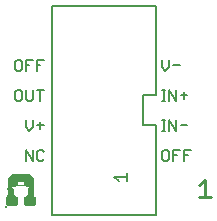
<source format=gto>
G75*
%MOIN*%
%OFA0B0*%
%FSLAX24Y24*%
%IPPOS*%
%LPD*%
%AMOC8*
5,1,8,0,0,1.08239X$1,22.5*
%
%ADD10C,0.0110*%
%ADD11C,0.0060*%
%ADD12R,0.0337X0.0000*%
%ADD13R,0.0337X0.0000*%
%ADD14R,0.0344X0.0001*%
%ADD15R,0.0348X0.0000*%
%ADD16R,0.0347X0.0000*%
%ADD17R,0.0350X0.0000*%
%ADD18R,0.0350X0.0000*%
%ADD19R,0.0352X0.0001*%
%ADD20R,0.0355X0.0000*%
%ADD21R,0.0354X0.0000*%
%ADD22R,0.0356X0.0001*%
%ADD23R,0.0359X0.0000*%
%ADD24R,0.0360X0.0000*%
%ADD25R,0.0361X0.0001*%
%ADD26R,0.0363X0.0000*%
%ADD27R,0.0362X0.0000*%
%ADD28R,0.0365X0.0001*%
%ADD29R,0.0364X0.0001*%
%ADD30R,0.0365X0.0000*%
%ADD31R,0.0366X0.0000*%
%ADD32R,0.0366X0.0000*%
%ADD33R,0.0367X0.0001*%
%ADD34R,0.0369X0.0000*%
%ADD35R,0.0370X0.0001*%
%ADD36R,0.0369X0.0001*%
%ADD37R,0.0370X0.0000*%
%ADD38R,0.0371X0.0000*%
%ADD39R,0.0371X0.0000*%
%ADD40R,0.0372X0.0001*%
%ADD41R,0.0372X0.0001*%
%ADD42R,0.0373X0.0000*%
%ADD43R,0.0373X0.0000*%
%ADD44R,0.0374X0.0001*%
%ADD45R,0.0374X0.0001*%
%ADD46R,0.0375X0.0000*%
%ADD47R,0.0374X0.0000*%
%ADD48R,0.0375X0.0000*%
%ADD49R,0.0375X0.0000*%
%ADD50R,0.0375X0.0001*%
%ADD51R,0.0376X0.0001*%
%ADD52R,0.0376X0.0000*%
%ADD53R,0.0377X0.0001*%
%ADD54R,0.0376X0.0001*%
%ADD55R,0.0377X0.0000*%
%ADD56R,0.0378X0.0000*%
%ADD57R,0.0378X0.0000*%
%ADD58R,0.0379X0.0001*%
%ADD59R,0.0379X0.0000*%
%ADD60R,0.0379X0.0000*%
%ADD61R,0.0380X0.0001*%
%ADD62R,0.0379X0.0001*%
%ADD63R,0.0380X0.0000*%
%ADD64R,0.0379X0.0000*%
%ADD65R,0.0380X0.0000*%
%ADD66R,0.0380X0.0000*%
%ADD67R,0.0380X0.0001*%
%ADD68R,0.0381X0.0001*%
%ADD69R,0.0381X0.0000*%
%ADD70R,0.0381X0.0001*%
%ADD71R,0.0381X0.0001*%
%ADD72R,0.0381X0.0000*%
%ADD73R,0.0382X0.0001*%
%ADD74R,0.0381X0.0001*%
%ADD75R,0.0382X0.0000*%
%ADD76R,0.0382X0.0000*%
%ADD77R,0.0382X0.0001*%
%ADD78R,0.0382X0.0000*%
%ADD79R,0.0383X0.0000*%
%ADD80R,0.0383X0.0001*%
%ADD81R,0.0383X0.0001*%
%ADD82R,0.0383X0.0000*%
%ADD83R,0.0382X0.0001*%
%ADD84R,0.0379X0.0001*%
%ADD85R,0.0381X0.0000*%
%ADD86R,0.0378X0.0001*%
%ADD87R,0.0377X0.0000*%
%ADD88R,0.0376X0.0000*%
%ADD89R,0.0374X0.0000*%
%ADD90R,0.0377X0.0001*%
%ADD91R,0.0372X0.0000*%
%ADD92R,0.0371X0.0001*%
%ADD93R,0.0376X0.0001*%
%ADD94R,0.0371X0.0000*%
%ADD95R,0.0376X0.0000*%
%ADD96R,0.0370X0.0000*%
%ADD97R,0.0369X0.0001*%
%ADD98R,0.0374X0.0001*%
%ADD99R,0.0368X0.0000*%
%ADD100R,0.0374X0.0000*%
%ADD101R,0.0367X0.0001*%
%ADD102R,0.0373X0.0001*%
%ADD103R,0.0366X0.0000*%
%ADD104R,0.0372X0.0000*%
%ADD105R,0.0365X0.0000*%
%ADD106R,0.0371X0.0000*%
%ADD107R,0.0364X0.0001*%
%ADD108R,0.0371X0.0001*%
%ADD109R,0.0362X0.0000*%
%ADD110R,0.0369X0.0000*%
%ADD111R,0.0360X0.0001*%
%ADD112R,0.0369X0.0001*%
%ADD113R,0.0359X0.0000*%
%ADD114R,0.0367X0.0000*%
%ADD115R,0.0357X0.0000*%
%ADD116R,0.0355X0.0001*%
%ADD117R,0.0365X0.0001*%
%ADD118R,0.0354X0.0000*%
%ADD119R,0.0364X0.0000*%
%ADD120R,0.0351X0.0001*%
%ADD121R,0.0363X0.0001*%
%ADD122R,0.0348X0.0000*%
%ADD123R,0.0361X0.0000*%
%ADD124R,0.0345X0.0000*%
%ADD125R,0.0340X0.0001*%
%ADD126R,0.0359X0.0001*%
%ADD127R,0.0258X0.0000*%
%ADD128R,0.0356X0.0000*%
%ADD129R,0.0257X0.0001*%
%ADD130R,0.0354X0.0001*%
%ADD131R,0.0257X0.0000*%
%ADD132R,0.0352X0.0000*%
%ADD133R,0.0347X0.0001*%
%ADD134R,0.0257X0.0000*%
%ADD135R,0.0344X0.0000*%
%ADD136R,0.0257X0.0001*%
%ADD137R,0.0338X0.0001*%
%ADD138R,0.0239X0.0000*%
%ADD139R,0.0256X0.0000*%
%ADD140R,0.0256X0.0001*%
%ADD141R,0.0239X0.0001*%
%ADD142R,0.0239X0.0001*%
%ADD143R,0.0256X0.0000*%
%ADD144R,0.0239X0.0000*%
%ADD145R,0.0256X0.0001*%
%ADD146R,0.0255X0.0000*%
%ADD147R,0.0238X0.0000*%
%ADD148R,0.0255X0.0001*%
%ADD149R,0.0238X0.0001*%
%ADD150R,0.0255X0.0000*%
%ADD151R,0.0255X0.0001*%
%ADD152R,0.0238X0.0001*%
%ADD153R,0.0238X0.0000*%
%ADD154R,0.0255X0.0000*%
%ADD155R,0.0238X0.0000*%
%ADD156R,0.0255X0.0001*%
%ADD157R,0.0238X0.0001*%
%ADD158R,0.0254X0.0000*%
%ADD159R,0.0254X0.0001*%
%ADD160R,0.0237X0.0000*%
%ADD161R,0.0254X0.0001*%
%ADD162R,0.0237X0.0001*%
%ADD163R,0.0254X0.0000*%
%ADD164R,0.0253X0.0000*%
%ADD165R,0.0236X0.0000*%
%ADD166R,0.0253X0.0001*%
%ADD167R,0.0236X0.0001*%
%ADD168R,0.0253X0.0000*%
%ADD169R,0.0253X0.0001*%
%ADD170R,0.0236X0.0001*%
%ADD171R,0.0236X0.0000*%
%ADD172R,0.0252X0.0001*%
%ADD173R,0.0252X0.0000*%
%ADD174R,0.0235X0.0000*%
%ADD175R,0.0235X0.0001*%
%ADD176R,0.0251X0.0000*%
%ADD177R,0.0251X0.0001*%
%ADD178R,0.0235X0.0001*%
%ADD179R,0.0235X0.0000*%
%ADD180R,0.0251X0.0001*%
%ADD181R,0.0251X0.0000*%
%ADD182R,0.0234X0.0000*%
%ADD183R,0.0250X0.0001*%
%ADD184R,0.0234X0.0001*%
%ADD185R,0.0250X0.0000*%
%ADD186R,0.0250X0.0000*%
%ADD187R,0.0234X0.0000*%
%ADD188R,0.0250X0.0001*%
%ADD189R,0.0234X0.0001*%
%ADD190R,0.0250X0.0001*%
%ADD191R,0.0250X0.0000*%
%ADD192R,0.0233X0.0000*%
%ADD193R,0.0249X0.0001*%
%ADD194R,0.0233X0.0001*%
%ADD195R,0.0249X0.0000*%
%ADD196R,0.0233X0.0001*%
%ADD197R,0.0233X0.0000*%
%ADD198R,0.0249X0.0000*%
%ADD199R,0.0249X0.0001*%
%ADD200R,0.0232X0.0000*%
%ADD201R,0.0248X0.0001*%
%ADD202R,0.0232X0.0001*%
%ADD203R,0.0248X0.0000*%
%ADD204R,0.0248X0.0001*%
%ADD205R,0.0232X0.0001*%
%ADD206R,0.0248X0.0000*%
%ADD207R,0.0232X0.0000*%
%ADD208R,0.0247X0.0000*%
%ADD209R,0.0231X0.0000*%
%ADD210R,0.0247X0.0001*%
%ADD211R,0.0231X0.0001*%
%ADD212R,0.0246X0.0001*%
%ADD213R,0.0246X0.0000*%
%ADD214R,0.0231X0.0000*%
%ADD215R,0.0231X0.0001*%
%ADD216R,0.0246X0.0000*%
%ADD217R,0.0246X0.0001*%
%ADD218R,0.0230X0.0000*%
%ADD219R,0.0245X0.0000*%
%ADD220R,0.0245X0.0001*%
%ADD221R,0.0230X0.0001*%
%ADD222R,0.0245X0.0001*%
%ADD223R,0.0230X0.0001*%
%ADD224R,0.0245X0.0000*%
%ADD225R,0.0230X0.0000*%
%ADD226R,0.0245X0.0000*%
%ADD227R,0.0229X0.0000*%
%ADD228R,0.0245X0.0001*%
%ADD229R,0.0229X0.0001*%
%ADD230R,0.0244X0.0000*%
%ADD231R,0.0244X0.0001*%
%ADD232R,0.0229X0.0001*%
%ADD233R,0.0229X0.0000*%
%ADD234R,0.0244X0.0000*%
%ADD235R,0.0228X0.0000*%
%ADD236R,0.0244X0.0001*%
%ADD237R,0.0228X0.0001*%
%ADD238R,0.0243X0.0000*%
%ADD239R,0.0243X0.0001*%
%ADD240R,0.0243X0.0000*%
%ADD241R,0.0228X0.0000*%
%ADD242R,0.0243X0.0001*%
%ADD243R,0.0228X0.0001*%
%ADD244R,0.0242X0.0000*%
%ADD245R,0.0227X0.0000*%
%ADD246R,0.0242X0.0001*%
%ADD247R,0.0227X0.0001*%
%ADD248R,0.0241X0.0000*%
%ADD249R,0.0241X0.0001*%
%ADD250R,0.0227X0.0001*%
%ADD251R,0.0227X0.0000*%
%ADD252R,0.0241X0.0001*%
%ADD253R,0.0241X0.0000*%
%ADD254R,0.0226X0.0000*%
%ADD255R,0.0226X0.0001*%
%ADD256R,0.0240X0.0000*%
%ADD257R,0.0240X0.0001*%
%ADD258R,0.0226X0.0001*%
%ADD259R,0.0240X0.0000*%
%ADD260R,0.0226X0.0000*%
%ADD261R,0.0240X0.0001*%
%ADD262R,0.0225X0.0000*%
%ADD263R,0.0240X0.0001*%
%ADD264R,0.0225X0.0001*%
%ADD265R,0.0240X0.0000*%
%ADD266R,0.0225X0.0000*%
%ADD267R,0.0225X0.0001*%
%ADD268R,0.0239X0.0001*%
%ADD269R,0.0239X0.0000*%
%ADD270R,0.0224X0.0000*%
%ADD271R,0.0224X0.0001*%
%ADD272R,0.0224X0.0001*%
%ADD273R,0.0224X0.0000*%
%ADD274R,0.0223X0.0000*%
%ADD275R,0.0237X0.0001*%
%ADD276R,0.0223X0.0001*%
%ADD277R,0.0237X0.0000*%
%ADD278R,0.0223X0.0001*%
%ADD279R,0.0223X0.0000*%
%ADD280R,0.0236X0.0000*%
%ADD281R,0.0222X0.0000*%
%ADD282R,0.0236X0.0001*%
%ADD283R,0.0222X0.0001*%
%ADD284R,0.0222X0.0000*%
%ADD285R,0.0222X0.0001*%
%ADD286R,0.0221X0.0000*%
%ADD287R,0.0235X0.0000*%
%ADD288R,0.0235X0.0001*%
%ADD289R,0.0221X0.0001*%
%ADD290R,0.0221X0.0001*%
%ADD291R,0.0221X0.0000*%
%ADD292R,0.0234X0.0000*%
%ADD293R,0.0220X0.0000*%
%ADD294R,0.0234X0.0001*%
%ADD295R,0.0220X0.0001*%
%ADD296R,0.0220X0.0001*%
%ADD297R,0.0220X0.0000*%
%ADD298R,0.0219X0.0000*%
%ADD299R,0.0219X0.0001*%
%ADD300R,0.0232X0.0000*%
%ADD301R,0.0232X0.0001*%
%ADD302R,0.0219X0.0000*%
%ADD303R,0.0219X0.0001*%
%ADD304R,0.0231X0.0000*%
%ADD305R,0.0218X0.0000*%
%ADD306R,0.0231X0.0001*%
%ADD307R,0.0218X0.0001*%
%ADD308R,0.0218X0.0001*%
%ADD309R,0.0218X0.0000*%
%ADD310R,0.0217X0.0000*%
%ADD311R,0.0217X0.0001*%
%ADD312R,0.0230X0.0000*%
%ADD313R,0.0230X0.0001*%
%ADD314R,0.0217X0.0001*%
%ADD315R,0.0217X0.0000*%
%ADD316R,0.0216X0.0000*%
%ADD317R,0.0229X0.0001*%
%ADD318R,0.0216X0.0001*%
%ADD319R,0.0229X0.0000*%
%ADD320R,0.0216X0.0000*%
%ADD321R,0.0216X0.0001*%
%ADD322R,0.0215X0.0000*%
%ADD323R,0.0227X0.0001*%
%ADD324R,0.0215X0.0001*%
%ADD325R,0.0227X0.0000*%
%ADD326R,0.0215X0.0001*%
%ADD327R,0.0215X0.0000*%
%ADD328R,0.0214X0.0000*%
%ADD329R,0.0226X0.0001*%
%ADD330R,0.0214X0.0001*%
%ADD331R,0.0226X0.0000*%
%ADD332R,0.0214X0.0001*%
%ADD333R,0.0214X0.0000*%
%ADD334R,0.0213X0.0000*%
%ADD335R,0.0213X0.0001*%
%ADD336R,0.0225X0.0001*%
%ADD337R,0.0225X0.0000*%
%ADD338R,0.0213X0.0000*%
%ADD339R,0.0213X0.0001*%
%ADD340R,0.0213X0.0000*%
%ADD341R,0.0224X0.0000*%
%ADD342R,0.0224X0.0001*%
%ADD343R,0.0213X0.0001*%
%ADD344R,0.0212X0.0001*%
%ADD345R,0.0212X0.0000*%
%ADD346R,0.0211X0.0000*%
%ADD347R,0.0211X0.0001*%
%ADD348R,0.0222X0.0000*%
%ADD349R,0.0222X0.0001*%
%ADD350R,0.0211X0.0001*%
%ADD351R,0.0211X0.0000*%
%ADD352R,0.0210X0.0000*%
%ADD353R,0.0210X0.0001*%
%ADD354R,0.0221X0.0000*%
%ADD355R,0.0221X0.0001*%
%ADD356R,0.0210X0.0000*%
%ADD357R,0.0210X0.0001*%
%ADD358R,0.0209X0.0000*%
%ADD359R,0.0209X0.0001*%
%ADD360R,0.0220X0.0000*%
%ADD361R,0.0220X0.0001*%
%ADD362R,0.0209X0.0001*%
%ADD363R,0.0209X0.0000*%
%ADD364R,0.0208X0.0000*%
%ADD365R,0.0208X0.0001*%
%ADD366R,0.0219X0.0000*%
%ADD367R,0.0219X0.0001*%
%ADD368R,0.0208X0.0001*%
%ADD369R,0.0208X0.0000*%
%ADD370R,0.0208X0.0000*%
%ADD371R,0.0208X0.0001*%
%ADD372R,0.0217X0.0000*%
%ADD373R,0.0207X0.0000*%
%ADD374R,0.0217X0.0001*%
%ADD375R,0.0207X0.0001*%
%ADD376R,0.0206X0.0000*%
%ADD377R,0.0216X0.0001*%
%ADD378R,0.0206X0.0001*%
%ADD379R,0.0216X0.0000*%
%ADD380R,0.0206X0.0001*%
%ADD381R,0.0206X0.0000*%
%ADD382R,0.0205X0.0000*%
%ADD383R,0.0205X0.0001*%
%ADD384R,0.0215X0.0001*%
%ADD385R,0.0205X0.0001*%
%ADD386R,0.0215X0.0000*%
%ADD387R,0.0205X0.0000*%
%ADD388R,0.0204X0.0000*%
%ADD389R,0.0204X0.0001*%
%ADD390R,0.0214X0.0001*%
%ADD391R,0.0214X0.0000*%
%ADD392R,0.0204X0.0000*%
%ADD393R,0.0204X0.0001*%
%ADD394R,0.0203X0.0000*%
%ADD395R,0.0203X0.0001*%
%ADD396R,0.0212X0.0001*%
%ADD397R,0.0203X0.0001*%
%ADD398R,0.0212X0.0000*%
%ADD399R,0.0203X0.0000*%
%ADD400R,0.0203X0.0000*%
%ADD401R,0.0203X0.0001*%
%ADD402R,0.0211X0.0000*%
%ADD403R,0.0211X0.0001*%
%ADD404R,0.0202X0.0001*%
%ADD405R,0.0202X0.0000*%
%ADD406R,0.0201X0.0000*%
%ADD407R,0.0201X0.0001*%
%ADD408R,0.0210X0.0000*%
%ADD409R,0.0201X0.0000*%
%ADD410R,0.0210X0.0001*%
%ADD411R,0.0201X0.0001*%
%ADD412R,0.0200X0.0000*%
%ADD413R,0.0200X0.0001*%
%ADD414R,0.0209X0.0000*%
%ADD415R,0.0209X0.0001*%
%ADD416R,0.0200X0.0001*%
%ADD417R,0.0200X0.0000*%
%ADD418R,0.0199X0.0000*%
%ADD419R,0.0199X0.0001*%
%ADD420R,0.0199X0.0001*%
%ADD421R,0.0207X0.0000*%
%ADD422R,0.0199X0.0000*%
%ADD423R,0.0207X0.0001*%
%ADD424R,0.0198X0.0000*%
%ADD425R,0.0198X0.0001*%
%ADD426R,0.0206X0.0000*%
%ADD427R,0.0198X0.0000*%
%ADD428R,0.0206X0.0001*%
%ADD429R,0.0198X0.0001*%
%ADD430R,0.0198X0.0000*%
%ADD431R,0.0198X0.0001*%
%ADD432R,0.0197X0.0001*%
%ADD433R,0.0205X0.0000*%
%ADD434R,0.0197X0.0000*%
%ADD435R,0.0205X0.0001*%
%ADD436R,0.0196X0.0000*%
%ADD437R,0.0196X0.0001*%
%ADD438R,0.0204X0.0001*%
%ADD439R,0.0196X0.0001*%
%ADD440R,0.0204X0.0000*%
%ADD441R,0.0196X0.0000*%
%ADD442R,0.0195X0.0000*%
%ADD443R,0.0195X0.0001*%
%ADD444R,0.0195X0.0000*%
%ADD445R,0.0202X0.0001*%
%ADD446R,0.0195X0.0001*%
%ADD447R,0.0202X0.0000*%
%ADD448R,0.0194X0.0000*%
%ADD449R,0.0194X0.0001*%
%ADD450R,0.0201X0.0001*%
%ADD451R,0.0194X0.0001*%
%ADD452R,0.0201X0.0000*%
%ADD453R,0.0194X0.0000*%
%ADD454R,0.0193X0.0000*%
%ADD455R,0.0193X0.0001*%
%ADD456R,0.0193X0.0001*%
%ADD457R,0.0193X0.0000*%
%ADD458R,0.0200X0.0001*%
%ADD459R,0.0200X0.0000*%
%ADD460R,0.0192X0.0000*%
%ADD461R,0.0192X0.0001*%
%ADD462R,0.0199X0.0000*%
%ADD463R,0.0192X0.0000*%
%ADD464R,0.0199X0.0001*%
%ADD465R,0.0192X0.0001*%
%ADD466R,0.0191X0.0000*%
%ADD467R,0.0191X0.0001*%
%ADD468R,0.0191X0.0001*%
%ADD469R,0.0191X0.0000*%
%ADD470R,0.0197X0.0000*%
%ADD471R,0.0197X0.0001*%
%ADD472R,0.0190X0.0000*%
%ADD473R,0.0190X0.0001*%
%ADD474R,0.0190X0.0001*%
%ADD475R,0.0196X0.0000*%
%ADD476R,0.0190X0.0000*%
%ADD477R,0.0196X0.0001*%
%ADD478R,0.0189X0.0000*%
%ADD479R,0.0189X0.0001*%
%ADD480R,0.0189X0.0000*%
%ADD481R,0.0189X0.0001*%
%ADD482R,0.0195X0.0000*%
%ADD483R,0.0195X0.0001*%
%ADD484R,0.0188X0.0000*%
%ADD485R,0.0188X0.0001*%
%ADD486R,0.0188X0.0001*%
%ADD487R,0.0194X0.0000*%
%ADD488R,0.0188X0.0000*%
%ADD489R,0.0194X0.0001*%
%ADD490R,0.0187X0.0000*%
%ADD491R,0.0187X0.0001*%
%ADD492R,0.0187X0.0001*%
%ADD493R,0.0187X0.0000*%
%ADD494R,0.0192X0.0000*%
%ADD495R,0.0186X0.0000*%
%ADD496R,0.0192X0.0001*%
%ADD497R,0.0186X0.0001*%
%ADD498R,0.0186X0.0000*%
%ADD499R,0.0191X0.0001*%
%ADD500R,0.0186X0.0001*%
%ADD501R,0.0191X0.0000*%
%ADD502R,0.0185X0.0000*%
%ADD503R,0.0185X0.0001*%
%ADD504R,0.0185X0.0001*%
%ADD505R,0.0185X0.0000*%
%ADD506R,0.0190X0.0001*%
%ADD507R,0.0190X0.0000*%
%ADD508R,0.0184X0.0000*%
%ADD509R,0.0184X0.0001*%
%ADD510R,0.0184X0.0001*%
%ADD511R,0.0184X0.0000*%
%ADD512R,0.0189X0.0001*%
%ADD513R,0.0189X0.0000*%
%ADD514R,0.0183X0.0000*%
%ADD515R,0.0183X0.0001*%
%ADD516R,0.0183X0.0000*%
%ADD517R,0.0183X0.0001*%
%ADD518R,0.0187X0.0001*%
%ADD519R,0.0187X0.0000*%
%ADD520R,0.0182X0.0000*%
%ADD521R,0.0182X0.0001*%
%ADD522R,0.0182X0.0001*%
%ADD523R,0.0182X0.0000*%
%ADD524R,0.0186X0.0000*%
%ADD525R,0.0186X0.0001*%
%ADD526R,0.0181X0.0000*%
%ADD527R,0.0181X0.0001*%
%ADD528R,0.0181X0.0001*%
%ADD529R,0.0181X0.0000*%
%ADD530R,0.0185X0.0000*%
%ADD531R,0.0180X0.0000*%
%ADD532R,0.0185X0.0001*%
%ADD533R,0.0180X0.0001*%
%ADD534R,0.0180X0.0000*%
%ADD535R,0.0180X0.0001*%
%ADD536R,0.0184X0.0000*%
%ADD537R,0.0184X0.0001*%
%ADD538R,0.0179X0.0000*%
%ADD539R,0.0179X0.0001*%
%ADD540R,0.0179X0.0001*%
%ADD541R,0.0179X0.0000*%
%ADD542R,0.0182X0.0000*%
%ADD543R,0.0178X0.0000*%
%ADD544R,0.0182X0.0001*%
%ADD545R,0.0178X0.0001*%
%ADD546R,0.0178X0.0001*%
%ADD547R,0.0178X0.0000*%
%ADD548R,0.0181X0.0000*%
%ADD549R,0.0177X0.0000*%
%ADD550R,0.0181X0.0001*%
%ADD551R,0.0177X0.0001*%
%ADD552R,0.0177X0.0000*%
%ADD553R,0.0177X0.0001*%
%ADD554R,0.0180X0.0000*%
%ADD555R,0.0176X0.0000*%
%ADD556R,0.0180X0.0001*%
%ADD557R,0.0176X0.0001*%
%ADD558R,0.0176X0.0001*%
%ADD559R,0.0176X0.0000*%
%ADD560R,0.0179X0.0001*%
%ADD561R,0.0179X0.0000*%
%ADD562R,0.0175X0.0000*%
%ADD563R,0.0175X0.0001*%
%ADD564R,0.0175X0.0001*%
%ADD565R,0.0175X0.0000*%
%ADD566R,0.0174X0.0000*%
%ADD567R,0.0177X0.0001*%
%ADD568R,0.0174X0.0001*%
%ADD569R,0.0177X0.0000*%
%ADD570R,0.0174X0.0000*%
%ADD571R,0.0174X0.0001*%
%ADD572R,0.0176X0.0001*%
%ADD573R,0.0176X0.0000*%
%ADD574R,0.0173X0.0000*%
%ADD575R,0.0173X0.0001*%
%ADD576R,0.0173X0.0001*%
%ADD577R,0.0173X0.0000*%
%ADD578R,0.0173X0.0000*%
%ADD579R,0.0175X0.0001*%
%ADD580R,0.0173X0.0001*%
%ADD581R,0.0175X0.0000*%
%ADD582R,0.0172X0.0001*%
%ADD583R,0.0172X0.0000*%
%ADD584R,0.0174X0.0000*%
%ADD585R,0.0171X0.0000*%
%ADD586R,0.0174X0.0001*%
%ADD587R,0.0171X0.0001*%
%ADD588R,0.0171X0.0000*%
%ADD589R,0.0171X0.0001*%
%ADD590R,0.0170X0.0000*%
%ADD591R,0.0172X0.0000*%
%ADD592R,0.0172X0.0001*%
%ADD593R,0.0170X0.0001*%
%ADD594R,0.0170X0.0001*%
%ADD595R,0.0170X0.0000*%
%ADD596R,0.0171X0.0000*%
%ADD597R,0.0169X0.0000*%
%ADD598R,0.0171X0.0001*%
%ADD599R,0.0169X0.0001*%
%ADD600R,0.0169X0.0001*%
%ADD601R,0.0169X0.0000*%
%ADD602R,0.0168X0.0000*%
%ADD603R,0.0168X0.0001*%
%ADD604R,0.0170X0.0000*%
%ADD605R,0.0170X0.0001*%
%ADD606R,0.0168X0.0000*%
%ADD607R,0.0168X0.0001*%
%ADD608R,0.0169X0.0000*%
%ADD609R,0.0168X0.0000*%
%ADD610R,0.0169X0.0001*%
%ADD611R,0.0168X0.0001*%
%ADD612R,0.0167X0.0001*%
%ADD613R,0.0167X0.0000*%
%ADD614R,0.0166X0.0000*%
%ADD615R,0.0166X0.0001*%
%ADD616R,0.0167X0.0000*%
%ADD617R,0.0167X0.0001*%
%ADD618R,0.0166X0.0001*%
%ADD619R,0.0166X0.0000*%
%ADD620R,0.0165X0.0000*%
%ADD621R,0.0166X0.0001*%
%ADD622R,0.0165X0.0001*%
%ADD623R,0.0166X0.0000*%
%ADD624R,0.0165X0.0000*%
%ADD625R,0.0165X0.0001*%
%ADD626R,0.0164X0.0000*%
%ADD627R,0.0165X0.0001*%
%ADD628R,0.0164X0.0001*%
%ADD629R,0.0165X0.0000*%
%ADD630R,0.0164X0.0001*%
%ADD631R,0.0164X0.0000*%
%ADD632R,0.0163X0.0000*%
%ADD633R,0.0164X0.0001*%
%ADD634R,0.0163X0.0001*%
%ADD635R,0.0164X0.0000*%
%ADD636R,0.0163X0.0001*%
%ADD637R,0.0163X0.0000*%
%ADD638R,0.0163X0.0000*%
%ADD639R,0.0163X0.0001*%
%ADD640R,0.0162X0.0001*%
%ADD641R,0.0162X0.0000*%
%ADD642R,0.0162X0.0000*%
%ADD643R,0.0161X0.0001*%
%ADD644R,0.0162X0.0001*%
%ADD645R,0.0161X0.0000*%
%ADD646R,0.0161X0.0000*%
%ADD647R,0.0161X0.0001*%
%ADD648R,0.0160X0.0001*%
%ADD649R,0.0161X0.0001*%
%ADD650R,0.0160X0.0000*%
%ADD651R,0.0161X0.0000*%
%ADD652R,0.0160X0.0000*%
%ADD653R,0.0160X0.0001*%
%ADD654R,0.0160X0.0000*%
%ADD655R,0.0160X0.0001*%
%ADD656R,0.0159X0.0001*%
%ADD657R,0.0159X0.0000*%
%ADD658R,0.0159X0.0000*%
%ADD659R,0.0159X0.0001*%
%ADD660R,0.0159X0.0000*%
%ADD661R,0.0159X0.0001*%
%ADD662R,0.0158X0.0000*%
%ADD663R,0.0158X0.0001*%
%ADD664R,0.0158X0.0000*%
%ADD665R,0.0158X0.0000*%
%ADD666R,0.0158X0.0001*%
%ADD667R,0.0158X0.0001*%
%ADD668R,0.0157X0.0000*%
%ADD669R,0.0157X0.0001*%
%ADD670R,0.0156X0.0000*%
%ADD671R,0.0156X0.0001*%
%ADD672R,0.0156X0.0000*%
%ADD673R,0.0156X0.0001*%
%ADD674R,0.0157X0.0001*%
%ADD675R,0.0155X0.0000*%
%ADD676R,0.0157X0.0000*%
%ADD677R,0.0155X0.0001*%
%ADD678R,0.0155X0.0001*%
%ADD679R,0.0155X0.0000*%
%ADD680R,0.0155X0.0000*%
%ADD681R,0.0156X0.0000*%
%ADD682R,0.0155X0.0001*%
%ADD683R,0.0156X0.0001*%
%ADD684R,0.0154X0.0000*%
%ADD685R,0.0154X0.0001*%
%ADD686R,0.0154X0.0001*%
%ADD687R,0.0154X0.0000*%
%ADD688R,0.0153X0.0000*%
%ADD689R,0.0153X0.0001*%
%ADD690R,0.0154X0.0000*%
%ADD691R,0.0152X0.0001*%
%ADD692R,0.0154X0.0001*%
%ADD693R,0.0152X0.0000*%
%ADD694R,0.0152X0.0001*%
%ADD695R,0.0152X0.0000*%
%ADD696R,0.0151X0.0000*%
%ADD697R,0.0153X0.0000*%
%ADD698R,0.0151X0.0001*%
%ADD699R,0.0153X0.0001*%
%ADD700R,0.0151X0.0001*%
%ADD701R,0.0151X0.0000*%
%ADD702R,0.0150X0.0001*%
%ADD703R,0.0150X0.0000*%
%ADD704R,0.0150X0.0000*%
%ADD705R,0.0150X0.0001*%
%ADD706R,0.0150X0.0001*%
%ADD707R,0.0152X0.0001*%
%ADD708R,0.0150X0.0000*%
%ADD709R,0.0152X0.0000*%
%ADD710R,0.0149X0.0000*%
%ADD711R,0.0149X0.0001*%
%ADD712R,0.0149X0.0000*%
%ADD713R,0.0149X0.0001*%
%ADD714R,0.0151X0.0001*%
%ADD715R,0.0151X0.0000*%
%ADD716R,0.0148X0.0001*%
%ADD717R,0.0148X0.0000*%
%ADD718R,0.0260X0.0000*%
%ADD719R,0.0259X0.0000*%
%ADD720R,0.0260X0.0001*%
%ADD721R,0.0259X0.0001*%
%ADD722R,0.0868X0.0000*%
%ADD723R,0.0868X0.0001*%
%ADD724R,0.0321X0.0000*%
%ADD725R,0.0305X0.0000*%
%ADD726R,0.0321X0.0001*%
%ADD727R,0.0305X0.0001*%
%ADD728R,0.0867X0.0000*%
%ADD729R,0.0867X0.0001*%
%ADD730R,0.0867X0.0000*%
%ADD731R,0.0867X0.0001*%
%ADD732R,0.0866X0.0000*%
%ADD733R,0.0866X0.0000*%
%ADD734R,0.0866X0.0001*%
%ADD735R,0.0866X0.0000*%
%ADD736R,0.0866X0.0001*%
%ADD737R,0.0865X0.0000*%
%ADD738R,0.0865X0.0001*%
%ADD739R,0.0864X0.0001*%
%ADD740R,0.0864X0.0000*%
%ADD741R,0.0864X0.0001*%
%ADD742R,0.0864X0.0000*%
%ADD743R,0.0864X0.0001*%
%ADD744R,0.0864X0.0000*%
%ADD745R,0.0863X0.0001*%
%ADD746R,0.0863X0.0000*%
%ADD747R,0.0862X0.0001*%
%ADD748R,0.0862X0.0000*%
%ADD749R,0.0862X0.0001*%
%ADD750R,0.0862X0.0000*%
%ADD751R,0.0861X0.0001*%
%ADD752R,0.0861X0.0000*%
%ADD753R,0.0861X0.0001*%
%ADD754R,0.0860X0.0001*%
%ADD755R,0.0860X0.0000*%
%ADD756R,0.0859X0.0000*%
%ADD757R,0.0859X0.0001*%
%ADD758R,0.0858X0.0000*%
%ADD759R,0.0858X0.0001*%
%ADD760R,0.0857X0.0001*%
%ADD761R,0.0857X0.0000*%
%ADD762R,0.0856X0.0000*%
%ADD763R,0.0856X0.0001*%
%ADD764R,0.0855X0.0000*%
%ADD765R,0.0855X0.0001*%
%ADD766R,0.0855X0.0000*%
%ADD767R,0.0855X0.0001*%
%ADD768R,0.0854X0.0000*%
%ADD769R,0.0854X0.0001*%
%ADD770R,0.0853X0.0000*%
%ADD771R,0.0853X0.0001*%
%ADD772R,0.0853X0.0000*%
%ADD773R,0.0853X0.0000*%
%ADD774R,0.0852X0.0001*%
%ADD775R,0.0852X0.0000*%
%ADD776R,0.0852X0.0001*%
%ADD777R,0.0851X0.0000*%
%ADD778R,0.0850X0.0001*%
%ADD779R,0.0850X0.0000*%
%ADD780R,0.0850X0.0001*%
%ADD781R,0.0849X0.0000*%
%ADD782R,0.0848X0.0001*%
%ADD783R,0.0848X0.0000*%
%ADD784R,0.0848X0.0001*%
%ADD785R,0.0848X0.0000*%
%ADD786R,0.0847X0.0000*%
%ADD787R,0.0847X0.0001*%
%ADD788R,0.0846X0.0000*%
%ADD789R,0.0846X0.0001*%
%ADD790R,0.0845X0.0000*%
%ADD791R,0.0845X0.0000*%
%ADD792R,0.0845X0.0001*%
%ADD793R,0.0843X0.0000*%
%ADD794R,0.0843X0.0001*%
%ADD795R,0.0841X0.0000*%
%ADD796R,0.0840X0.0000*%
%ADD797R,0.0839X0.0001*%
%ADD798R,0.0838X0.0000*%
%ADD799R,0.0837X0.0001*%
%ADD800R,0.0836X0.0000*%
%ADD801R,0.0835X0.0000*%
%ADD802R,0.0834X0.0001*%
%ADD803R,0.0833X0.0000*%
%ADD804R,0.0832X0.0001*%
%ADD805R,0.0831X0.0000*%
%ADD806R,0.0830X0.0000*%
%ADD807R,0.0829X0.0001*%
%ADD808R,0.0828X0.0000*%
%ADD809R,0.0827X0.0001*%
%ADD810R,0.0826X0.0000*%
%ADD811R,0.0825X0.0000*%
%ADD812R,0.0824X0.0001*%
%ADD813R,0.0823X0.0000*%
%ADD814R,0.0822X0.0001*%
%ADD815R,0.0821X0.0000*%
%ADD816R,0.0820X0.0000*%
%ADD817R,0.0819X0.0001*%
%ADD818R,0.0818X0.0000*%
%ADD819R,0.0817X0.0001*%
%ADD820R,0.0816X0.0000*%
%ADD821R,0.0815X0.0000*%
%ADD822R,0.0814X0.0001*%
%ADD823R,0.0813X0.0000*%
%ADD824R,0.0812X0.0001*%
%ADD825R,0.0811X0.0000*%
%ADD826R,0.0810X0.0000*%
%ADD827R,0.0808X0.0001*%
%ADD828R,0.0808X0.0000*%
%ADD829R,0.0807X0.0001*%
%ADD830R,0.0805X0.0000*%
%ADD831R,0.0805X0.0000*%
%ADD832R,0.0803X0.0001*%
%ADD833R,0.0803X0.0000*%
%ADD834R,0.0802X0.0001*%
%ADD835R,0.0800X0.0000*%
%ADD836R,0.0800X0.0000*%
%ADD837R,0.0798X0.0001*%
%ADD838R,0.0798X0.0000*%
%ADD839R,0.0797X0.0001*%
%ADD840R,0.0795X0.0000*%
%ADD841R,0.0795X0.0000*%
%ADD842R,0.0793X0.0001*%
%ADD843R,0.0793X0.0000*%
%ADD844R,0.0791X0.0001*%
%ADD845R,0.0790X0.0000*%
%ADD846R,0.0789X0.0000*%
%ADD847R,0.0788X0.0001*%
%ADD848R,0.0787X0.0000*%
%ADD849R,0.0786X0.0001*%
%ADD850R,0.0785X0.0000*%
%ADD851R,0.0784X0.0000*%
%ADD852R,0.0783X0.0001*%
%ADD853R,0.0782X0.0000*%
%ADD854R,0.0781X0.0001*%
%ADD855R,0.0780X0.0000*%
%ADD856R,0.0779X0.0000*%
%ADD857R,0.0778X0.0001*%
%ADD858R,0.0777X0.0000*%
%ADD859R,0.0776X0.0001*%
%ADD860R,0.0775X0.0000*%
%ADD861R,0.0774X0.0000*%
%ADD862R,0.0773X0.0001*%
%ADD863R,0.0772X0.0000*%
%ADD864R,0.0771X0.0001*%
%ADD865R,0.0770X0.0000*%
%ADD866R,0.0769X0.0000*%
%ADD867R,0.0768X0.0001*%
%ADD868R,0.0767X0.0000*%
%ADD869R,0.0766X0.0001*%
%ADD870R,0.0765X0.0000*%
%ADD871R,0.0764X0.0000*%
%ADD872R,0.0763X0.0001*%
%ADD873R,0.0762X0.0000*%
%ADD874R,0.0761X0.0001*%
%ADD875R,0.0760X0.0000*%
%ADD876R,0.0758X0.0000*%
%ADD877R,0.0757X0.0001*%
%ADD878R,0.0757X0.0000*%
%ADD879R,0.0755X0.0001*%
%ADD880R,0.0755X0.0000*%
%ADD881R,0.0753X0.0000*%
%ADD882R,0.0752X0.0001*%
%ADD883R,0.0752X0.0000*%
%ADD884R,0.0750X0.0001*%
%ADD885R,0.0750X0.0000*%
%ADD886R,0.0748X0.0000*%
%ADD887R,0.0747X0.0001*%
%ADD888R,0.0747X0.0000*%
%ADD889R,0.0745X0.0001*%
%ADD890R,0.0745X0.0000*%
%ADD891R,0.0743X0.0000*%
%ADD892R,0.0742X0.0001*%
%ADD893R,0.0741X0.0000*%
%ADD894R,0.0740X0.0001*%
%ADD895R,0.0739X0.0000*%
%ADD896R,0.0738X0.0000*%
%ADD897R,0.0737X0.0001*%
%ADD898R,0.0736X0.0000*%
%ADD899R,0.0735X0.0001*%
%ADD900R,0.0734X0.0000*%
%ADD901R,0.0733X0.0000*%
%ADD902R,0.0732X0.0001*%
%ADD903R,0.0731X0.0000*%
%ADD904R,0.0730X0.0001*%
%ADD905R,0.0729X0.0000*%
%ADD906R,0.0728X0.0000*%
%ADD907R,0.0727X0.0001*%
%ADD908R,0.0726X0.0000*%
%ADD909R,0.0725X0.0001*%
%ADD910R,0.0724X0.0000*%
%ADD911R,0.0723X0.0000*%
%ADD912R,0.0722X0.0001*%
%ADD913R,0.0721X0.0000*%
%ADD914R,0.0720X0.0001*%
%ADD915R,0.0719X0.0000*%
%ADD916R,0.0718X0.0000*%
%ADD917R,0.0717X0.0001*%
%ADD918R,0.0716X0.0000*%
%ADD919R,0.0715X0.0001*%
%ADD920R,0.0714X0.0000*%
%ADD921R,0.0713X0.0000*%
%ADD922R,0.0712X0.0001*%
%ADD923R,0.0711X0.0000*%
%ADD924R,0.0710X0.0001*%
%ADD925R,0.0709X0.0000*%
%ADD926R,0.0707X0.0000*%
%ADD927R,0.0707X0.0001*%
%ADD928R,0.0705X0.0000*%
%ADD929R,0.0705X0.0001*%
%ADD930R,0.0703X0.0000*%
%ADD931R,0.0703X0.0000*%
%ADD932R,0.0702X0.0001*%
%ADD933R,0.0700X0.0000*%
%ADD934R,0.0700X0.0001*%
%ADD935R,0.0698X0.0000*%
%ADD936R,0.0698X0.0000*%
%ADD937R,0.0697X0.0001*%
%ADD938R,0.0695X0.0000*%
%ADD939R,0.0695X0.0001*%
%ADD940R,0.0693X0.0000*%
%ADD941R,0.0692X0.0000*%
%ADD942R,0.0691X0.0001*%
%ADD943R,0.0690X0.0000*%
%ADD944R,0.0689X0.0001*%
%ADD945R,0.0688X0.0000*%
%ADD946R,0.0687X0.0000*%
%ADD947R,0.0686X0.0001*%
%ADD948R,0.0685X0.0000*%
%ADD949R,0.0684X0.0001*%
%ADD950R,0.0683X0.0000*%
%ADD951R,0.0682X0.0000*%
%ADD952R,0.0681X0.0001*%
%ADD953R,0.0680X0.0000*%
%ADD954R,0.0679X0.0001*%
%ADD955R,0.0678X0.0000*%
%ADD956R,0.0677X0.0000*%
%ADD957R,0.0676X0.0001*%
%ADD958R,0.0675X0.0000*%
%ADD959R,0.0674X0.0001*%
%ADD960R,0.0673X0.0000*%
%ADD961R,0.0672X0.0000*%
%ADD962R,0.0671X0.0001*%
%ADD963R,0.0670X0.0000*%
%ADD964R,0.0669X0.0001*%
%ADD965R,0.0668X0.0000*%
%ADD966R,0.0667X0.0000*%
%ADD967R,0.0666X0.0001*%
%ADD968R,0.0665X0.0000*%
%ADD969R,0.0664X0.0001*%
%ADD970R,0.0663X0.0000*%
%ADD971R,0.0662X0.0000*%
%ADD972R,0.0661X0.0001*%
%ADD973R,0.0660X0.0000*%
%ADD974R,0.0659X0.0001*%
%ADD975R,0.0658X0.0000*%
%ADD976R,0.0657X0.0000*%
%ADD977R,0.0655X0.0001*%
%ADD978R,0.0655X0.0000*%
%ADD979R,0.0653X0.0001*%
%ADD980R,0.0653X0.0000*%
%ADD981R,0.0652X0.0000*%
%ADD982R,0.0650X0.0001*%
%ADD983R,0.0650X0.0000*%
%ADD984R,0.0648X0.0001*%
%ADD985R,0.0648X0.0000*%
%ADD986R,0.0647X0.0000*%
%ADD987R,0.0645X0.0001*%
%ADD988R,0.0645X0.0000*%
%ADD989R,0.0643X0.0001*%
%ADD990R,0.0642X0.0000*%
%ADD991R,0.0641X0.0000*%
%ADD992R,0.0640X0.0001*%
%ADD993R,0.0639X0.0000*%
%ADD994R,0.0638X0.0001*%
%ADD995R,0.0637X0.0000*%
%ADD996R,0.0636X0.0000*%
%ADD997R,0.0635X0.0001*%
%ADD998R,0.0634X0.0000*%
%ADD999R,0.0633X0.0001*%
%ADD1000R,0.0632X0.0000*%
%ADD1001R,0.0631X0.0000*%
%ADD1002R,0.0630X0.0001*%
%ADD1003R,0.0629X0.0000*%
%ADD1004R,0.0628X0.0001*%
%ADD1005R,0.0627X0.0000*%
%ADD1006R,0.0626X0.0000*%
%ADD1007R,0.0625X0.0001*%
%ADD1008R,0.0624X0.0000*%
%ADD1009R,0.0623X0.0001*%
%ADD1010R,0.0622X0.0000*%
%ADD1011R,0.0621X0.0000*%
%ADD1012R,0.0620X0.0001*%
%ADD1013R,0.0619X0.0000*%
%ADD1014R,0.0618X0.0001*%
%ADD1015R,0.0617X0.0000*%
%ADD1016R,0.0616X0.0000*%
%ADD1017R,0.0615X0.0001*%
%ADD1018R,0.0614X0.0000*%
%ADD1019R,0.0613X0.0001*%
%ADD1020R,0.0612X0.0000*%
%ADD1021R,0.0611X0.0000*%
%ADD1022R,0.0610X0.0001*%
%ADD1023R,0.0609X0.0000*%
%ADD1024R,0.0607X0.0001*%
%ADD1025R,0.0607X0.0000*%
%ADD1026R,0.0605X0.0000*%
%ADD1027R,0.0605X0.0001*%
%ADD1028R,0.0603X0.0000*%
%ADD1029R,0.0602X0.0001*%
%ADD1030R,0.0602X0.0000*%
%ADD1031R,0.0600X0.0000*%
%ADD1032R,0.0600X0.0001*%
%ADD1033R,0.0598X0.0000*%
%ADD1034R,0.0597X0.0001*%
%ADD1035R,0.0597X0.0000*%
%ADD1036R,0.0595X0.0000*%
%ADD1037R,0.0595X0.0001*%
%ADD1038R,0.0593X0.0000*%
%ADD1039R,0.0592X0.0001*%
%ADD1040R,0.0591X0.0000*%
%ADD1041R,0.0590X0.0000*%
%ADD1042R,0.0589X0.0001*%
%ADD1043R,0.0588X0.0000*%
%ADD1044R,0.0587X0.0001*%
%ADD1045R,0.0586X0.0000*%
%ADD1046R,0.0585X0.0000*%
%ADD1047R,0.0584X0.0001*%
%ADD1048R,0.0583X0.0000*%
%ADD1049R,0.0582X0.0001*%
%ADD1050R,0.0581X0.0000*%
%ADD1051R,0.0580X0.0000*%
%ADD1052R,0.0579X0.0001*%
%ADD1053R,0.0578X0.0000*%
%ADD1054R,0.0577X0.0001*%
%ADD1055R,0.0576X0.0000*%
%ADD1056R,0.0575X0.0000*%
%ADD1057R,0.0574X0.0001*%
%ADD1058R,0.0573X0.0000*%
%ADD1059R,0.0571X0.0001*%
%ADD1060R,0.0568X0.0000*%
%ADD1061R,0.0565X0.0000*%
%ADD1062R,0.0563X0.0001*%
%ADD1063R,0.0560X0.0000*%
%ADD1064R,0.0557X0.0001*%
%ADD1065R,0.0554X0.0000*%
%ADD1066R,0.0551X0.0000*%
%ADD1067R,0.0548X0.0001*%
%ADD1068R,0.0545X0.0000*%
%ADD1069R,0.0542X0.0001*%
%ADD1070R,0.0537X0.0000*%
%ADD1071R,0.0533X0.0000*%
%ADD1072R,0.0530X0.0001*%
%ADD1073R,0.0526X0.0000*%
%ADD1074R,0.0522X0.0001*%
%ADD1075R,0.0518X0.0000*%
%ADD1076R,0.0513X0.0000*%
%ADD1077R,0.0508X0.0001*%
%ADD1078R,0.0503X0.0000*%
%ADD1079R,0.0496X0.0001*%
%ADD1080R,0.0489X0.0000*%
%ADD1081R,0.0477X0.0000*%
%ADD1082C,0.0000*%
%ADD1083C,0.0080*%
D10*
X007340Y000805D02*
X007734Y000805D01*
X007537Y000805D02*
X007537Y001396D01*
X007340Y001199D01*
D11*
X006847Y002030D02*
X006847Y002370D01*
X007073Y002370D01*
X006960Y002200D02*
X006847Y002200D01*
X006705Y002370D02*
X006478Y002370D01*
X006478Y002030D01*
X006337Y002087D02*
X006280Y002030D01*
X006167Y002030D01*
X006110Y002087D01*
X006110Y002314D01*
X006167Y002370D01*
X006280Y002370D01*
X006337Y002314D01*
X006337Y002087D01*
X006478Y002200D02*
X006592Y002200D01*
X006582Y003030D02*
X006582Y003370D01*
X006724Y003200D02*
X006951Y003200D01*
X006582Y003030D02*
X006356Y003370D01*
X006356Y003030D01*
X006223Y003030D02*
X006110Y003030D01*
X006167Y003030D02*
X006167Y003370D01*
X006223Y003370D02*
X006110Y003370D01*
X006110Y004030D02*
X006223Y004030D01*
X006167Y004030D02*
X006167Y004370D01*
X006223Y004370D02*
X006110Y004370D01*
X006356Y004370D02*
X006582Y004030D01*
X006582Y004370D01*
X006356Y004370D02*
X006356Y004030D01*
X006724Y004200D02*
X006951Y004200D01*
X006837Y004087D02*
X006837Y004314D01*
X006223Y005030D02*
X006337Y005143D01*
X006337Y005370D01*
X006478Y005200D02*
X006705Y005200D01*
X006223Y005030D02*
X006110Y005143D01*
X006110Y005370D01*
X002169Y005370D02*
X001942Y005370D01*
X001942Y005030D01*
X001942Y005200D02*
X002055Y005200D01*
X001800Y005370D02*
X001573Y005370D01*
X001573Y005030D01*
X001432Y005087D02*
X001432Y005314D01*
X001375Y005370D01*
X001262Y005370D01*
X001205Y005314D01*
X001205Y005087D01*
X001262Y005030D01*
X001375Y005030D01*
X001432Y005087D01*
X001573Y005200D02*
X001687Y005200D01*
X001800Y004370D02*
X001800Y004087D01*
X001744Y004030D01*
X001630Y004030D01*
X001573Y004087D01*
X001573Y004370D01*
X001432Y004314D02*
X001375Y004370D01*
X001262Y004370D01*
X001205Y004314D01*
X001205Y004087D01*
X001262Y004030D01*
X001375Y004030D01*
X001432Y004087D01*
X001432Y004314D01*
X001942Y004370D02*
X002169Y004370D01*
X002055Y004370D02*
X002055Y004030D01*
X001800Y003370D02*
X001800Y003143D01*
X001687Y003030D01*
X001573Y003143D01*
X001573Y003370D01*
X001942Y003200D02*
X002169Y003200D01*
X002055Y003087D02*
X002055Y003314D01*
X001998Y002370D02*
X001942Y002314D01*
X001942Y002087D01*
X001998Y002030D01*
X002112Y002030D01*
X002169Y002087D01*
X002169Y002314D02*
X002112Y002370D01*
X001998Y002370D01*
X001800Y002370D02*
X001800Y002030D01*
X001573Y002370D01*
X001573Y002030D01*
D12*
X001096Y000525D03*
D13*
X001713Y000525D03*
D14*
X001713Y000525D03*
X001096Y000525D03*
D15*
X001096Y000526D03*
D16*
X001713Y000526D03*
D17*
X001096Y000526D03*
D18*
X001713Y000526D03*
X001713Y000776D03*
D19*
X001713Y000527D03*
X001096Y000527D03*
D20*
X001096Y000528D03*
D21*
X001713Y000528D03*
D22*
X001713Y000528D03*
X001096Y000528D03*
D23*
X001096Y000529D03*
X001713Y000529D03*
D24*
X001713Y000529D03*
X001713Y000774D03*
X001096Y000529D03*
D25*
X001096Y000529D03*
X001713Y000529D03*
D26*
X001096Y000530D03*
D27*
X001713Y000530D03*
D28*
X001096Y000530D03*
D29*
X001713Y000530D03*
D30*
X001096Y000531D03*
D31*
X001713Y000531D03*
D32*
X001713Y000531D03*
X001713Y000771D03*
X001096Y000531D03*
D33*
X001096Y000532D03*
X001713Y000532D03*
D34*
X001713Y000533D03*
X001096Y000533D03*
D35*
X001096Y000533D03*
D36*
X001713Y000533D03*
D37*
X001096Y000534D03*
D38*
X001713Y000534D03*
D39*
X001713Y000534D03*
X001096Y000534D03*
D40*
X001096Y000534D03*
D41*
X001713Y000534D03*
D42*
X001096Y000535D03*
D43*
X001713Y000535D03*
D44*
X001096Y000535D03*
D45*
X001096Y000764D03*
X001713Y000535D03*
D46*
X001096Y000536D03*
X001096Y000764D03*
D47*
X001713Y000536D03*
D48*
X001096Y000536D03*
D49*
X001713Y000536D03*
X001713Y000766D03*
D50*
X001096Y000763D03*
X001096Y000537D03*
D51*
X001713Y000537D03*
D52*
X001713Y000538D03*
X001713Y000765D03*
X001096Y000538D03*
D53*
X001096Y000538D03*
D54*
X001096Y000762D03*
X001713Y000538D03*
D55*
X001713Y000539D03*
X001096Y000539D03*
X001096Y000761D03*
D56*
X001096Y000539D03*
D57*
X001713Y000539D03*
X001713Y000764D03*
D58*
X001713Y000763D03*
X001713Y000539D03*
X001096Y000539D03*
D59*
X001096Y000540D03*
D60*
X001096Y000760D03*
X001713Y000764D03*
X001713Y000540D03*
D61*
X001096Y000540D03*
D62*
X001713Y000540D03*
X001713Y000762D03*
D63*
X001096Y000759D03*
X001096Y000541D03*
D64*
X001713Y000541D03*
X001713Y000763D03*
D65*
X001096Y000758D03*
X001096Y000543D03*
X001096Y000541D03*
D66*
X001096Y000759D03*
X001713Y000761D03*
X001713Y000541D03*
D67*
X001096Y000542D03*
X001096Y000758D03*
D68*
X001713Y000760D03*
X001713Y000542D03*
D69*
X001713Y000543D03*
X001713Y000761D03*
D70*
X001096Y000757D03*
X001096Y000543D03*
D71*
X001713Y000543D03*
D72*
X001713Y000544D03*
X001713Y000544D03*
X001713Y000759D03*
X001713Y000759D03*
X001096Y000756D03*
X001096Y000756D03*
X001096Y000544D03*
X001096Y000544D03*
D73*
X001096Y000544D03*
D74*
X001096Y000755D03*
X001713Y000759D03*
X001713Y000544D03*
D75*
X001096Y000545D03*
X001096Y000755D03*
D76*
X001713Y000545D03*
D77*
X001713Y000545D03*
X001713Y000547D03*
X001713Y000755D03*
X001713Y000757D03*
X001096Y000754D03*
X001096Y000753D03*
X001096Y000547D03*
X001096Y000545D03*
D78*
X001096Y000546D03*
X001096Y000546D03*
X001096Y000753D03*
X001096Y000754D03*
X001096Y000754D03*
X001713Y000756D03*
X001713Y000756D03*
X001713Y000758D03*
X001713Y000548D03*
X001713Y000546D03*
X001713Y000546D03*
D79*
X001096Y000548D03*
X001096Y000549D03*
X001096Y000549D03*
X001096Y000550D03*
X001096Y000551D03*
X001096Y000551D03*
X001096Y000553D03*
X001096Y000554D03*
X001096Y000554D03*
X001096Y000555D03*
X001096Y000556D03*
X001096Y000556D03*
X001096Y000558D03*
X001096Y000559D03*
X001096Y000559D03*
X001096Y000560D03*
X001096Y000561D03*
X001096Y000561D03*
X001096Y000563D03*
X001096Y000564D03*
X001096Y000564D03*
X001096Y000565D03*
X001096Y000566D03*
X001096Y000566D03*
X001096Y000568D03*
X001096Y000569D03*
X001096Y000569D03*
X001096Y000570D03*
X001096Y000571D03*
X001096Y000571D03*
X001096Y000573D03*
X001096Y000574D03*
X001096Y000574D03*
X001096Y000575D03*
X001096Y000576D03*
X001096Y000576D03*
X001096Y000578D03*
X001096Y000579D03*
X001096Y000579D03*
X001096Y000580D03*
X001096Y000581D03*
X001096Y000581D03*
X001096Y000583D03*
X001096Y000584D03*
X001096Y000584D03*
X001096Y000585D03*
X001096Y000586D03*
X001096Y000586D03*
X001096Y000588D03*
X001096Y000589D03*
X001096Y000589D03*
X001096Y000590D03*
X001096Y000591D03*
X001096Y000591D03*
X001096Y000593D03*
X001096Y000594D03*
X001096Y000594D03*
X001096Y000595D03*
X001096Y000596D03*
X001096Y000596D03*
X001096Y000598D03*
X001096Y000599D03*
X001096Y000599D03*
X001096Y000600D03*
X001096Y000601D03*
X001096Y000601D03*
X001096Y000603D03*
X001096Y000604D03*
X001096Y000604D03*
X001096Y000605D03*
X001096Y000606D03*
X001096Y000606D03*
X001096Y000608D03*
X001096Y000609D03*
X001096Y000609D03*
X001096Y000610D03*
X001096Y000611D03*
X001096Y000611D03*
X001096Y000613D03*
X001096Y000614D03*
X001096Y000614D03*
X001096Y000615D03*
X001096Y000616D03*
X001096Y000616D03*
X001096Y000618D03*
X001096Y000619D03*
X001096Y000619D03*
X001096Y000620D03*
X001096Y000621D03*
X001096Y000621D03*
X001096Y000623D03*
X001096Y000624D03*
X001096Y000624D03*
X001096Y000625D03*
X001096Y000626D03*
X001096Y000626D03*
X001096Y000628D03*
X001096Y000629D03*
X001096Y000629D03*
X001096Y000630D03*
X001096Y000631D03*
X001096Y000631D03*
X001096Y000633D03*
X001096Y000634D03*
X001096Y000634D03*
X001096Y000635D03*
X001096Y000636D03*
X001096Y000636D03*
X001096Y000638D03*
X001096Y000639D03*
X001096Y000639D03*
X001096Y000640D03*
X001096Y000641D03*
X001096Y000641D03*
X001096Y000643D03*
X001096Y000644D03*
X001096Y000644D03*
X001096Y000645D03*
X001096Y000646D03*
X001096Y000646D03*
X001096Y000648D03*
X001096Y000649D03*
X001096Y000649D03*
X001096Y000650D03*
X001096Y000651D03*
X001096Y000651D03*
X001096Y000653D03*
X001096Y000654D03*
X001096Y000654D03*
X001096Y000655D03*
X001096Y000656D03*
X001096Y000656D03*
X001096Y000658D03*
X001096Y000659D03*
X001096Y000659D03*
X001096Y000660D03*
X001096Y000661D03*
X001096Y000661D03*
X001096Y000663D03*
X001096Y000664D03*
X001096Y000664D03*
X001096Y000665D03*
X001096Y000666D03*
X001096Y000666D03*
X001096Y000668D03*
X001096Y000669D03*
X001096Y000669D03*
X001096Y000670D03*
X001096Y000671D03*
X001096Y000671D03*
X001096Y000673D03*
X001096Y000674D03*
X001096Y000674D03*
X001096Y000675D03*
X001096Y000676D03*
X001096Y000676D03*
X001096Y000678D03*
X001096Y000679D03*
X001096Y000679D03*
X001096Y000680D03*
X001096Y000681D03*
X001096Y000681D03*
X001096Y000683D03*
X001096Y000684D03*
X001096Y000684D03*
X001096Y000685D03*
X001096Y000686D03*
X001096Y000686D03*
X001096Y000688D03*
X001096Y000689D03*
X001096Y000689D03*
X001096Y000690D03*
X001096Y000691D03*
X001096Y000691D03*
X001096Y000693D03*
X001096Y000694D03*
X001096Y000694D03*
X001096Y000695D03*
X001096Y000696D03*
X001096Y000696D03*
X001096Y000698D03*
X001096Y000699D03*
X001096Y000699D03*
X001096Y000700D03*
X001096Y000701D03*
X001096Y000701D03*
X001096Y000703D03*
X001096Y000704D03*
X001096Y000704D03*
X001096Y000705D03*
X001096Y000706D03*
X001096Y000706D03*
X001096Y000708D03*
X001096Y000709D03*
X001096Y000709D03*
X001096Y000710D03*
X001096Y000711D03*
X001096Y000711D03*
X001096Y000713D03*
X001096Y000714D03*
X001096Y000714D03*
X001096Y000715D03*
X001096Y000716D03*
X001096Y000716D03*
X001096Y000718D03*
X001096Y000719D03*
X001096Y000719D03*
X001096Y000720D03*
X001096Y000721D03*
X001096Y000721D03*
X001096Y000723D03*
X001096Y000724D03*
X001096Y000724D03*
X001096Y000725D03*
X001096Y000726D03*
X001096Y000726D03*
X001096Y000728D03*
X001096Y000729D03*
X001096Y000729D03*
X001096Y000730D03*
X001096Y000731D03*
X001096Y000731D03*
X001096Y000733D03*
X001096Y000734D03*
X001096Y000734D03*
X001096Y000735D03*
X001096Y000736D03*
X001096Y000736D03*
X001096Y000738D03*
X001096Y000739D03*
X001096Y000739D03*
X001096Y000740D03*
X001096Y000741D03*
X001096Y000741D03*
X001096Y000743D03*
X001096Y000744D03*
X001096Y000744D03*
X001096Y000745D03*
X001096Y000746D03*
X001096Y000746D03*
X001096Y000748D03*
X001096Y000749D03*
X001096Y000749D03*
X001096Y000750D03*
X001096Y000751D03*
X001096Y000751D03*
D80*
X001096Y000750D03*
X001096Y000749D03*
X001096Y000748D03*
X001096Y000747D03*
X001096Y000745D03*
X001096Y000744D03*
X001096Y000743D03*
X001096Y000742D03*
X001096Y000740D03*
X001096Y000739D03*
X001096Y000738D03*
X001096Y000737D03*
X001096Y000735D03*
X001096Y000734D03*
X001096Y000733D03*
X001096Y000732D03*
X001096Y000730D03*
X001096Y000729D03*
X001096Y000728D03*
X001096Y000727D03*
X001096Y000725D03*
X001096Y000724D03*
X001096Y000723D03*
X001096Y000722D03*
X001096Y000720D03*
X001096Y000719D03*
X001096Y000718D03*
X001096Y000717D03*
X001096Y000715D03*
X001096Y000714D03*
X001096Y000713D03*
X001096Y000712D03*
X001096Y000710D03*
X001096Y000709D03*
X001096Y000708D03*
X001096Y000707D03*
X001096Y000705D03*
X001096Y000704D03*
X001096Y000703D03*
X001096Y000702D03*
X001096Y000700D03*
X001096Y000699D03*
X001096Y000698D03*
X001096Y000697D03*
X001096Y000695D03*
X001096Y000694D03*
X001096Y000693D03*
X001096Y000692D03*
X001096Y000690D03*
X001096Y000689D03*
X001096Y000688D03*
X001096Y000687D03*
X001096Y000685D03*
X001096Y000684D03*
X001096Y000683D03*
X001096Y000682D03*
X001096Y000680D03*
X001096Y000679D03*
X001096Y000678D03*
X001096Y000677D03*
X001096Y000675D03*
X001096Y000674D03*
X001096Y000673D03*
X001096Y000672D03*
X001096Y000670D03*
X001096Y000669D03*
X001096Y000668D03*
X001096Y000667D03*
X001096Y000665D03*
X001096Y000664D03*
X001096Y000663D03*
X001096Y000662D03*
X001096Y000660D03*
X001096Y000659D03*
X001096Y000658D03*
X001096Y000657D03*
X001096Y000655D03*
X001096Y000654D03*
X001096Y000653D03*
X001096Y000652D03*
X001096Y000650D03*
X001096Y000649D03*
X001096Y000648D03*
X001096Y000647D03*
X001096Y000645D03*
X001096Y000644D03*
X001096Y000643D03*
X001096Y000642D03*
X001096Y000640D03*
X001096Y000639D03*
X001096Y000638D03*
X001096Y000637D03*
X001096Y000635D03*
X001096Y000634D03*
X001096Y000633D03*
X001096Y000632D03*
X001096Y000630D03*
X001096Y000629D03*
X001096Y000628D03*
X001096Y000627D03*
X001096Y000625D03*
X001096Y000624D03*
X001096Y000623D03*
X001096Y000622D03*
X001096Y000620D03*
X001096Y000619D03*
X001096Y000618D03*
X001096Y000617D03*
X001096Y000615D03*
X001096Y000614D03*
X001096Y000613D03*
X001096Y000612D03*
X001096Y000610D03*
X001096Y000609D03*
X001096Y000608D03*
X001096Y000607D03*
X001096Y000605D03*
X001096Y000604D03*
X001096Y000603D03*
X001096Y000602D03*
X001096Y000600D03*
X001096Y000599D03*
X001096Y000598D03*
X001096Y000597D03*
X001096Y000595D03*
X001096Y000594D03*
X001096Y000593D03*
X001096Y000592D03*
X001096Y000590D03*
X001096Y000589D03*
X001096Y000588D03*
X001096Y000587D03*
X001096Y000585D03*
X001096Y000584D03*
X001096Y000583D03*
X001096Y000582D03*
X001096Y000580D03*
X001096Y000579D03*
X001096Y000578D03*
X001096Y000577D03*
X001096Y000575D03*
X001096Y000574D03*
X001096Y000573D03*
X001096Y000572D03*
X001096Y000570D03*
X001096Y000569D03*
X001096Y000568D03*
X001096Y000567D03*
X001096Y000565D03*
X001096Y000564D03*
X001096Y000563D03*
X001096Y000562D03*
X001096Y000560D03*
X001096Y000559D03*
X001096Y000558D03*
X001096Y000557D03*
X001096Y000555D03*
X001096Y000554D03*
X001096Y000553D03*
X001096Y000552D03*
X001096Y000550D03*
X001096Y000549D03*
X001096Y000548D03*
X001096Y000752D03*
D81*
X001713Y000753D03*
X001713Y000752D03*
X001713Y000750D03*
X001713Y000749D03*
X001713Y000748D03*
X001713Y000747D03*
X001713Y000745D03*
X001713Y000744D03*
X001713Y000743D03*
X001713Y000742D03*
X001713Y000740D03*
X001713Y000739D03*
X001713Y000738D03*
X001713Y000737D03*
X001713Y000735D03*
X001713Y000734D03*
X001713Y000733D03*
X001713Y000732D03*
X001713Y000730D03*
X001713Y000729D03*
X001713Y000728D03*
X001713Y000727D03*
X001713Y000725D03*
X001713Y000724D03*
X001713Y000723D03*
X001713Y000722D03*
X001713Y000720D03*
X001713Y000719D03*
X001713Y000718D03*
X001713Y000717D03*
X001713Y000715D03*
X001713Y000714D03*
X001713Y000713D03*
X001713Y000712D03*
X001713Y000710D03*
X001713Y000709D03*
X001713Y000708D03*
X001713Y000707D03*
X001713Y000705D03*
X001713Y000704D03*
X001713Y000703D03*
X001713Y000702D03*
X001713Y000700D03*
X001713Y000699D03*
X001713Y000698D03*
X001713Y000697D03*
X001713Y000695D03*
X001713Y000694D03*
X001713Y000693D03*
X001713Y000692D03*
X001713Y000690D03*
X001713Y000689D03*
X001713Y000688D03*
X001713Y000687D03*
X001713Y000685D03*
X001713Y000684D03*
X001713Y000683D03*
X001713Y000682D03*
X001713Y000680D03*
X001713Y000679D03*
X001713Y000678D03*
X001713Y000677D03*
X001713Y000675D03*
X001713Y000674D03*
X001713Y000673D03*
X001713Y000672D03*
X001713Y000670D03*
X001713Y000669D03*
X001713Y000668D03*
X001713Y000667D03*
X001713Y000665D03*
X001713Y000664D03*
X001713Y000663D03*
X001713Y000662D03*
X001713Y000660D03*
X001713Y000659D03*
X001713Y000658D03*
X001713Y000657D03*
X001713Y000655D03*
X001713Y000654D03*
X001713Y000653D03*
X001713Y000652D03*
X001713Y000650D03*
X001713Y000649D03*
X001713Y000648D03*
X001713Y000647D03*
X001713Y000645D03*
X001713Y000644D03*
X001713Y000643D03*
X001713Y000642D03*
X001713Y000640D03*
X001713Y000639D03*
X001713Y000638D03*
X001713Y000637D03*
X001713Y000635D03*
X001713Y000634D03*
X001713Y000633D03*
X001713Y000632D03*
X001713Y000630D03*
X001713Y000629D03*
X001713Y000628D03*
X001713Y000627D03*
X001713Y000625D03*
X001713Y000624D03*
X001713Y000623D03*
X001713Y000622D03*
X001713Y000620D03*
X001713Y000619D03*
X001713Y000618D03*
X001713Y000617D03*
X001713Y000615D03*
X001713Y000614D03*
X001713Y000613D03*
X001713Y000612D03*
X001713Y000610D03*
X001713Y000609D03*
X001713Y000608D03*
X001713Y000607D03*
X001713Y000605D03*
X001713Y000604D03*
X001713Y000603D03*
X001713Y000602D03*
X001713Y000600D03*
X001713Y000599D03*
X001713Y000598D03*
X001713Y000597D03*
X001713Y000595D03*
X001713Y000594D03*
X001713Y000593D03*
X001713Y000592D03*
X001713Y000590D03*
X001713Y000589D03*
X001713Y000588D03*
X001713Y000587D03*
X001713Y000585D03*
X001713Y000584D03*
X001713Y000583D03*
X001713Y000582D03*
X001713Y000580D03*
X001713Y000579D03*
X001713Y000578D03*
X001713Y000577D03*
X001713Y000575D03*
X001713Y000574D03*
X001713Y000573D03*
X001713Y000572D03*
X001713Y000570D03*
X001713Y000569D03*
X001713Y000568D03*
X001713Y000567D03*
X001713Y000565D03*
X001713Y000564D03*
X001713Y000563D03*
X001713Y000562D03*
X001713Y000560D03*
X001713Y000559D03*
X001713Y000558D03*
X001713Y000557D03*
X001713Y000555D03*
X001713Y000554D03*
X001713Y000553D03*
X001713Y000552D03*
X001713Y000550D03*
X001713Y000549D03*
X001713Y000548D03*
X001713Y000754D03*
D82*
X001713Y000754D03*
X001713Y000754D03*
X001713Y000755D03*
X001713Y000753D03*
X001713Y000751D03*
X001713Y000751D03*
X001713Y000750D03*
X001713Y000749D03*
X001713Y000749D03*
X001713Y000748D03*
X001713Y000746D03*
X001713Y000746D03*
X001713Y000745D03*
X001713Y000744D03*
X001713Y000744D03*
X001713Y000743D03*
X001713Y000741D03*
X001713Y000741D03*
X001713Y000740D03*
X001713Y000739D03*
X001713Y000739D03*
X001713Y000738D03*
X001713Y000736D03*
X001713Y000736D03*
X001713Y000735D03*
X001713Y000734D03*
X001713Y000734D03*
X001713Y000733D03*
X001713Y000731D03*
X001713Y000731D03*
X001713Y000730D03*
X001713Y000729D03*
X001713Y000729D03*
X001713Y000728D03*
X001713Y000726D03*
X001713Y000726D03*
X001713Y000725D03*
X001713Y000724D03*
X001713Y000724D03*
X001713Y000723D03*
X001713Y000721D03*
X001713Y000721D03*
X001713Y000720D03*
X001713Y000719D03*
X001713Y000719D03*
X001713Y000718D03*
X001713Y000716D03*
X001713Y000716D03*
X001713Y000715D03*
X001713Y000714D03*
X001713Y000714D03*
X001713Y000713D03*
X001713Y000711D03*
X001713Y000711D03*
X001713Y000710D03*
X001713Y000709D03*
X001713Y000709D03*
X001713Y000708D03*
X001713Y000706D03*
X001713Y000706D03*
X001713Y000705D03*
X001713Y000704D03*
X001713Y000704D03*
X001713Y000703D03*
X001713Y000701D03*
X001713Y000701D03*
X001713Y000700D03*
X001713Y000699D03*
X001713Y000699D03*
X001713Y000698D03*
X001713Y000696D03*
X001713Y000696D03*
X001713Y000695D03*
X001713Y000694D03*
X001713Y000694D03*
X001713Y000693D03*
X001713Y000691D03*
X001713Y000691D03*
X001713Y000690D03*
X001713Y000689D03*
X001713Y000689D03*
X001713Y000688D03*
X001713Y000686D03*
X001713Y000686D03*
X001713Y000685D03*
X001713Y000684D03*
X001713Y000684D03*
X001713Y000683D03*
X001713Y000681D03*
X001713Y000681D03*
X001713Y000680D03*
X001713Y000679D03*
X001713Y000679D03*
X001713Y000678D03*
X001713Y000676D03*
X001713Y000676D03*
X001713Y000675D03*
X001713Y000674D03*
X001713Y000674D03*
X001713Y000673D03*
X001713Y000671D03*
X001713Y000671D03*
X001713Y000670D03*
X001713Y000669D03*
X001713Y000669D03*
X001713Y000668D03*
X001713Y000666D03*
X001713Y000666D03*
X001713Y000665D03*
X001713Y000664D03*
X001713Y000664D03*
X001713Y000663D03*
X001713Y000661D03*
X001713Y000661D03*
X001713Y000660D03*
X001713Y000659D03*
X001713Y000659D03*
X001713Y000658D03*
X001713Y000656D03*
X001713Y000656D03*
X001713Y000655D03*
X001713Y000654D03*
X001713Y000654D03*
X001713Y000653D03*
X001713Y000651D03*
X001713Y000651D03*
X001713Y000650D03*
X001713Y000649D03*
X001713Y000649D03*
X001713Y000648D03*
X001713Y000646D03*
X001713Y000646D03*
X001713Y000645D03*
X001713Y000644D03*
X001713Y000644D03*
X001713Y000643D03*
X001713Y000641D03*
X001713Y000641D03*
X001713Y000640D03*
X001713Y000639D03*
X001713Y000639D03*
X001713Y000638D03*
X001713Y000636D03*
X001713Y000636D03*
X001713Y000635D03*
X001713Y000634D03*
X001713Y000634D03*
X001713Y000633D03*
X001713Y000631D03*
X001713Y000631D03*
X001713Y000630D03*
X001713Y000629D03*
X001713Y000629D03*
X001713Y000628D03*
X001713Y000626D03*
X001713Y000626D03*
X001713Y000625D03*
X001713Y000624D03*
X001713Y000624D03*
X001713Y000623D03*
X001713Y000621D03*
X001713Y000621D03*
X001713Y000620D03*
X001713Y000619D03*
X001713Y000619D03*
X001713Y000618D03*
X001713Y000616D03*
X001713Y000616D03*
X001713Y000615D03*
X001713Y000614D03*
X001713Y000614D03*
X001713Y000613D03*
X001713Y000611D03*
X001713Y000611D03*
X001713Y000610D03*
X001713Y000609D03*
X001713Y000609D03*
X001713Y000608D03*
X001713Y000606D03*
X001713Y000606D03*
X001713Y000605D03*
X001713Y000604D03*
X001713Y000604D03*
X001713Y000603D03*
X001713Y000601D03*
X001713Y000601D03*
X001713Y000600D03*
X001713Y000599D03*
X001713Y000599D03*
X001713Y000598D03*
X001713Y000596D03*
X001713Y000596D03*
X001713Y000595D03*
X001713Y000594D03*
X001713Y000594D03*
X001713Y000593D03*
X001713Y000591D03*
X001713Y000591D03*
X001713Y000590D03*
X001713Y000589D03*
X001713Y000589D03*
X001713Y000588D03*
X001713Y000586D03*
X001713Y000586D03*
X001713Y000585D03*
X001713Y000584D03*
X001713Y000584D03*
X001713Y000583D03*
X001713Y000581D03*
X001713Y000581D03*
X001713Y000580D03*
X001713Y000579D03*
X001713Y000579D03*
X001713Y000578D03*
X001713Y000576D03*
X001713Y000576D03*
X001713Y000575D03*
X001713Y000574D03*
X001713Y000574D03*
X001713Y000573D03*
X001713Y000571D03*
X001713Y000571D03*
X001713Y000570D03*
X001713Y000569D03*
X001713Y000569D03*
X001713Y000568D03*
X001713Y000566D03*
X001713Y000566D03*
X001713Y000565D03*
X001713Y000564D03*
X001713Y000564D03*
X001713Y000563D03*
X001713Y000561D03*
X001713Y000561D03*
X001713Y000560D03*
X001713Y000559D03*
X001713Y000559D03*
X001713Y000558D03*
X001713Y000556D03*
X001713Y000556D03*
X001713Y000555D03*
X001713Y000554D03*
X001713Y000554D03*
X001713Y000553D03*
X001713Y000551D03*
X001713Y000551D03*
X001713Y000550D03*
X001713Y000549D03*
X001713Y000549D03*
D83*
X001713Y000758D03*
D84*
X001096Y000759D03*
D85*
X001713Y000760D03*
D86*
X001096Y000760D03*
D87*
X001096Y000761D03*
D88*
X001096Y000763D03*
D89*
X001096Y000764D03*
D90*
X001713Y000764D03*
D91*
X001096Y000765D03*
D92*
X001096Y000765D03*
D93*
X001713Y000765D03*
D94*
X001096Y000766D03*
D95*
X001713Y000766D03*
D96*
X001096Y000766D03*
D97*
X001096Y000767D03*
D98*
X001713Y000767D03*
D99*
X001096Y000768D03*
D100*
X001713Y000768D03*
D101*
X001096Y000768D03*
D102*
X001713Y000768D03*
D103*
X001096Y000769D03*
D104*
X001713Y000769D03*
D105*
X001096Y000769D03*
D106*
X001713Y000769D03*
D107*
X001096Y000769D03*
D108*
X001713Y000769D03*
D109*
X001096Y000770D03*
D110*
X001713Y000770D03*
D111*
X001096Y000770D03*
D112*
X001713Y000770D03*
D113*
X001096Y000771D03*
D114*
X001713Y000771D03*
D115*
X001096Y000771D03*
D116*
X001096Y000772D03*
D117*
X001713Y000772D03*
D118*
X001096Y000773D03*
D119*
X001713Y000773D03*
D120*
X001096Y000773D03*
D121*
X001713Y000773D03*
D122*
X001096Y000774D03*
D123*
X001713Y000774D03*
D124*
X001096Y000774D03*
D125*
X001096Y000774D03*
D126*
X001713Y000774D03*
D127*
X001098Y000775D03*
D128*
X001713Y000775D03*
D129*
X001098Y000775D03*
X001098Y000777D03*
D130*
X001713Y000775D03*
D131*
X001098Y000776D03*
X001098Y000776D03*
D132*
X001713Y000776D03*
D133*
X001713Y000777D03*
D134*
X001097Y000778D03*
X001097Y000779D03*
D135*
X001713Y000778D03*
D136*
X001097Y000778D03*
D137*
X001713Y000778D03*
D138*
X001717Y000779D03*
X001717Y000779D03*
X001717Y000780D03*
D139*
X001097Y000780D03*
X001097Y000779D03*
D140*
X001097Y000779D03*
X001097Y000780D03*
D141*
X001717Y000779D03*
D142*
X001717Y000780D03*
X001717Y000782D03*
X001088Y000839D03*
D143*
X001097Y000781D03*
X001097Y000781D03*
D144*
X001088Y000839D03*
X001088Y000839D03*
X001088Y000840D03*
X001717Y000781D03*
X001717Y000781D03*
D145*
X001097Y000782D03*
D146*
X001096Y000783D03*
X001096Y000784D03*
D147*
X001718Y000784D03*
X001718Y000784D03*
X001718Y000783D03*
D148*
X001096Y000783D03*
D149*
X001718Y000783D03*
D150*
X001096Y000784D03*
X001096Y000785D03*
D151*
X001096Y000785D03*
X001096Y000784D03*
D152*
X001088Y000842D03*
X001088Y000843D03*
X001718Y000785D03*
X001718Y000784D03*
D153*
X001718Y000785D03*
X001718Y000786D03*
X001088Y000843D03*
D154*
X001096Y000786D03*
X001096Y000786D03*
D155*
X001088Y000844D03*
X001088Y000844D03*
X001088Y000845D03*
X001718Y000789D03*
X001718Y000788D03*
X001718Y000786D03*
D156*
X001096Y000787D03*
D157*
X001088Y000844D03*
X001718Y000788D03*
X001718Y000787D03*
D158*
X001096Y000788D03*
X001096Y000789D03*
X001096Y000789D03*
D159*
X001096Y000788D03*
D160*
X001718Y000789D03*
X001718Y000790D03*
D161*
X001095Y000790D03*
X001095Y000789D03*
D162*
X001718Y000789D03*
X001718Y000790D03*
D163*
X001095Y000790D03*
D164*
X001095Y000791D03*
X001095Y000791D03*
D165*
X001087Y000848D03*
X001087Y000849D03*
X001718Y000793D03*
X001718Y000791D03*
X001718Y000791D03*
D166*
X001095Y000792D03*
D167*
X001087Y000847D03*
X001087Y000848D03*
X001718Y000792D03*
D168*
X001095Y000793D03*
X001095Y000794D03*
X001095Y000794D03*
D169*
X001095Y000793D03*
D170*
X001719Y000793D03*
X001719Y000794D03*
D171*
X001719Y000794D03*
X001719Y000794D03*
D172*
X001095Y000794D03*
X001095Y000795D03*
D173*
X001095Y000795D03*
D174*
X001086Y000851D03*
X001086Y000851D03*
X001719Y000796D03*
X001719Y000796D03*
X001719Y000795D03*
D175*
X001719Y000795D03*
X001086Y000850D03*
D176*
X001094Y000798D03*
X001094Y000796D03*
X001094Y000796D03*
D177*
X001094Y000797D03*
D178*
X001086Y000852D03*
X001086Y000853D03*
X001719Y000798D03*
X001719Y000797D03*
D179*
X001719Y000798D03*
X001719Y000799D03*
X001086Y000853D03*
X001086Y000854D03*
D180*
X001094Y000798D03*
D181*
X001094Y000799D03*
X001094Y000799D03*
D182*
X001719Y000800D03*
X001719Y000801D03*
X001719Y000799D03*
D183*
X001094Y000799D03*
X001094Y000800D03*
D184*
X001719Y000800D03*
X001719Y000799D03*
D185*
X001094Y000800D03*
D186*
X001094Y000801D03*
X001094Y000801D03*
X001094Y000803D03*
D187*
X001086Y000856D03*
X001086Y000856D03*
X001720Y000803D03*
X001720Y000801D03*
D188*
X001094Y000802D03*
D189*
X001086Y000855D03*
X001086Y000857D03*
X001720Y000803D03*
X001720Y000802D03*
D190*
X001094Y000803D03*
D191*
X001094Y000804D03*
X001094Y000804D03*
D192*
X001720Y000805D03*
X001720Y000804D03*
X001720Y000804D03*
D193*
X001093Y000804D03*
X001093Y000805D03*
D194*
X001720Y000804D03*
D195*
X001093Y000805D03*
X001093Y000806D03*
D196*
X001085Y000859D03*
X001720Y000807D03*
X001720Y000805D03*
D197*
X001720Y000806D03*
X001720Y000806D03*
X001085Y000859D03*
X001085Y000860D03*
D198*
X001093Y000808D03*
X001093Y000806D03*
D199*
X001093Y000807D03*
D200*
X001085Y000861D03*
X001085Y000861D03*
X001720Y000809D03*
X001720Y000809D03*
X001720Y000808D03*
D201*
X001093Y000808D03*
D202*
X001085Y000860D03*
X001085Y000862D03*
X001720Y000808D03*
D203*
X001093Y000809D03*
X001093Y000809D03*
D204*
X001093Y000809D03*
X001093Y000810D03*
D205*
X001721Y000810D03*
X001721Y000809D03*
D206*
X001093Y000810D03*
X001093Y000811D03*
D207*
X001721Y000811D03*
X001721Y000810D03*
D208*
X001092Y000811D03*
X001092Y000813D03*
D209*
X001084Y000864D03*
X001084Y000865D03*
X001721Y000814D03*
X001721Y000813D03*
X001721Y000811D03*
D210*
X001092Y000812D03*
D211*
X001084Y000864D03*
X001084Y000865D03*
X001721Y000813D03*
X001721Y000812D03*
D212*
X001092Y000813D03*
X001092Y000814D03*
D213*
X001092Y000814D03*
X001092Y000814D03*
D214*
X001721Y000815D03*
X001721Y000814D03*
D215*
X001721Y000814D03*
X001721Y000815D03*
D216*
X001092Y000816D03*
X001092Y000815D03*
D217*
X001092Y000815D03*
D218*
X001084Y000868D03*
X001084Y000869D03*
X001721Y000818D03*
X001721Y000816D03*
X001721Y000816D03*
D219*
X001091Y000816D03*
X001091Y000818D03*
D220*
X001091Y000817D03*
D221*
X001084Y000868D03*
X001721Y000817D03*
D222*
X001091Y000818D03*
X001091Y000819D03*
D223*
X001084Y000869D03*
X001084Y000870D03*
X001722Y000819D03*
X001722Y000818D03*
D224*
X001091Y000819D03*
X001091Y000819D03*
D225*
X001084Y000869D03*
X001084Y000870D03*
X001722Y000819D03*
X001722Y000819D03*
D226*
X001091Y000820D03*
X001091Y000821D03*
D227*
X001722Y000821D03*
X001722Y000821D03*
X001722Y000820D03*
D228*
X001091Y000820D03*
D229*
X001722Y000820D03*
D230*
X001091Y000821D03*
X001091Y000823D03*
D231*
X001091Y000823D03*
X001091Y000822D03*
D232*
X001083Y000873D03*
X001722Y000823D03*
X001722Y000822D03*
D233*
X001722Y000823D03*
X001722Y000824D03*
X001083Y000873D03*
X001083Y000874D03*
X001083Y000874D03*
D234*
X001090Y000824D03*
X001090Y000824D03*
D235*
X001723Y000825D03*
X001723Y000826D03*
X001723Y000824D03*
D236*
X001090Y000824D03*
D237*
X001723Y000824D03*
X001723Y000825D03*
D238*
X001090Y000826D03*
X001090Y000825D03*
D239*
X001090Y000825D03*
D240*
X001090Y000826D03*
X001090Y000828D03*
D241*
X001083Y000876D03*
X001083Y000876D03*
X001723Y000828D03*
X001723Y000826D03*
D242*
X001090Y000827D03*
X001090Y000828D03*
D243*
X001083Y000877D03*
X001723Y000828D03*
X001723Y000827D03*
D244*
X001090Y000829D03*
X001090Y000829D03*
D245*
X001083Y000878D03*
X001083Y000879D03*
X001083Y000879D03*
X001723Y000830D03*
X001723Y000829D03*
X001723Y000829D03*
D246*
X001090Y000829D03*
D247*
X001083Y000878D03*
X001723Y000829D03*
D248*
X001089Y000830D03*
X001089Y000831D03*
X001089Y000831D03*
D249*
X001089Y000830D03*
D250*
X001723Y000830D03*
X001723Y000832D03*
D251*
X001723Y000831D03*
X001723Y000831D03*
D252*
X001089Y000832D03*
X001089Y000833D03*
D253*
X001089Y000833D03*
D254*
X001082Y000881D03*
X001082Y000881D03*
X001082Y000883D03*
X001723Y000834D03*
X001723Y000834D03*
X001723Y000833D03*
D255*
X001723Y000833D03*
X001082Y000882D03*
D256*
X001089Y000834D03*
X001089Y000834D03*
D257*
X001089Y000834D03*
D258*
X001724Y000834D03*
X001724Y000835D03*
D259*
X001089Y000836D03*
X001089Y000836D03*
X001089Y000835D03*
D260*
X001724Y000836D03*
X001724Y000835D03*
D261*
X001089Y000835D03*
D262*
X001081Y000885D03*
X001081Y000886D03*
X001724Y000839D03*
X001724Y000838D03*
X001724Y000836D03*
D263*
X001089Y000837D03*
X001089Y000838D03*
D264*
X001081Y000884D03*
X001081Y000885D03*
X001724Y000838D03*
X001724Y000837D03*
D265*
X001089Y000838D03*
D266*
X001081Y000886D03*
X001081Y000888D03*
X001724Y000840D03*
X001724Y000839D03*
D267*
X001724Y000839D03*
X001724Y000840D03*
X001081Y000887D03*
D268*
X001088Y000840D03*
D269*
X001088Y000841D03*
X001088Y000841D03*
D270*
X001724Y000841D03*
X001724Y000841D03*
X001724Y000843D03*
D271*
X001724Y000842D03*
D272*
X001725Y000843D03*
X001725Y000844D03*
X001081Y000889D03*
X001081Y000890D03*
D273*
X001081Y000890D03*
X001081Y000891D03*
X001725Y000844D03*
X001725Y000844D03*
D274*
X001725Y000845D03*
X001725Y000846D03*
X001725Y000846D03*
D275*
X001087Y000845D03*
D276*
X001725Y000845D03*
D277*
X001087Y000846D03*
X001087Y000846D03*
D278*
X001080Y000893D03*
X001080Y000894D03*
X001725Y000848D03*
X001725Y000847D03*
D279*
X001725Y000848D03*
X001725Y000849D03*
X001080Y000894D03*
X001080Y000894D03*
D280*
X001087Y000850D03*
X001087Y000849D03*
D281*
X001080Y000895D03*
X001080Y000896D03*
X001725Y000851D03*
X001725Y000850D03*
X001725Y000849D03*
D282*
X001087Y000849D03*
D283*
X001080Y000895D03*
X001725Y000850D03*
X001725Y000849D03*
D284*
X001726Y000851D03*
X001726Y000853D03*
D285*
X001726Y000853D03*
X001726Y000852D03*
D286*
X001726Y000854D03*
X001726Y000854D03*
X001726Y000855D03*
X001079Y000899D03*
X001079Y000899D03*
D287*
X001086Y000855D03*
X001086Y000854D03*
D288*
X001086Y000854D03*
D289*
X001079Y000898D03*
X001079Y000899D03*
X001726Y000854D03*
D290*
X001726Y000855D03*
X001726Y000857D03*
D291*
X001726Y000856D03*
X001726Y000856D03*
D292*
X001085Y000858D03*
X001085Y000859D03*
D293*
X001079Y000901D03*
X001079Y000903D03*
X001726Y000859D03*
X001726Y000859D03*
X001726Y000858D03*
D294*
X001085Y000858D03*
D295*
X001079Y000902D03*
X001079Y000903D03*
X001726Y000858D03*
D296*
X001727Y000859D03*
X001727Y000860D03*
X001079Y000904D03*
D297*
X001079Y000904D03*
X001079Y000904D03*
X001727Y000861D03*
X001727Y000860D03*
D298*
X001727Y000861D03*
X001727Y000863D03*
X001727Y000864D03*
D299*
X001727Y000863D03*
X001727Y000862D03*
D300*
X001085Y000863D03*
X001085Y000864D03*
D301*
X001085Y000863D03*
D302*
X001078Y000906D03*
X001078Y000908D03*
X001727Y000865D03*
X001727Y000864D03*
D303*
X001727Y000864D03*
X001727Y000865D03*
X001078Y000907D03*
X001078Y000908D03*
D304*
X001084Y000866D03*
X001084Y000866D03*
D305*
X001728Y000866D03*
X001728Y000866D03*
X001728Y000868D03*
D306*
X001084Y000867D03*
D307*
X001728Y000867D03*
D308*
X001728Y000868D03*
X001728Y000869D03*
X001078Y000910D03*
D309*
X001078Y000910D03*
X001078Y000911D03*
X001078Y000911D03*
X001728Y000869D03*
X001728Y000869D03*
D310*
X001728Y000870D03*
X001728Y000871D03*
X001728Y000871D03*
X001078Y000913D03*
D311*
X001078Y000913D03*
X001078Y000912D03*
X001728Y000870D03*
D312*
X001084Y000871D03*
X001084Y000871D03*
D313*
X001084Y000872D03*
D314*
X001728Y000873D03*
X001728Y000872D03*
D315*
X001728Y000873D03*
X001728Y000874D03*
D316*
X001728Y000874D03*
X001728Y000875D03*
X001728Y000876D03*
X001077Y000915D03*
X001077Y000916D03*
X001077Y000916D03*
D317*
X001083Y000875D03*
X001083Y000874D03*
D318*
X001077Y000915D03*
X001728Y000875D03*
X001728Y000874D03*
D319*
X001083Y000875D03*
D320*
X001729Y000876D03*
X001729Y000878D03*
D321*
X001729Y000878D03*
X001729Y000877D03*
D322*
X001729Y000879D03*
X001729Y000879D03*
X001729Y000880D03*
X001076Y000919D03*
X001076Y000919D03*
X001076Y000920D03*
D323*
X001082Y000880D03*
X001082Y000879D03*
D324*
X001076Y000919D03*
X001729Y000879D03*
D325*
X001082Y000880D03*
D326*
X001076Y000920D03*
X001729Y000882D03*
X001729Y000880D03*
D327*
X001729Y000881D03*
X001729Y000881D03*
X001076Y000921D03*
X001076Y000921D03*
D328*
X001729Y000884D03*
X001729Y000884D03*
X001729Y000883D03*
D329*
X001082Y000883D03*
D330*
X001729Y000883D03*
D331*
X001082Y000884D03*
X001082Y000884D03*
D332*
X001076Y000924D03*
X001730Y000885D03*
X001730Y000884D03*
D333*
X001730Y000885D03*
X001730Y000886D03*
X001076Y000924D03*
X001076Y000924D03*
X001076Y000925D03*
D334*
X001730Y000889D03*
X001730Y000888D03*
X001730Y000886D03*
D335*
X001730Y000887D03*
X001730Y000888D03*
D336*
X001081Y000888D03*
D337*
X001081Y000889D03*
X001081Y000889D03*
D338*
X001075Y000928D03*
X001075Y000929D03*
X001730Y000890D03*
X001730Y000889D03*
D339*
X001730Y000889D03*
X001730Y000890D03*
X001075Y000927D03*
X001075Y000928D03*
D340*
X001075Y000929D03*
X001075Y000930D03*
X001730Y000893D03*
X001730Y000891D03*
X001730Y000891D03*
D341*
X001080Y000891D03*
X001080Y000893D03*
D342*
X001080Y000892D03*
D343*
X001075Y000929D03*
X001730Y000892D03*
D344*
X001731Y000893D03*
X001731Y000894D03*
D345*
X001731Y000894D03*
X001731Y000894D03*
D346*
X001731Y000895D03*
X001731Y000896D03*
X001731Y000896D03*
X001074Y000933D03*
X001074Y000934D03*
D347*
X001074Y000933D03*
X001074Y000932D03*
X001731Y000895D03*
D348*
X001080Y000896D03*
X001080Y000898D03*
D349*
X001080Y000897D03*
D350*
X001731Y000898D03*
X001731Y000897D03*
D351*
X001731Y000898D03*
X001731Y000899D03*
D352*
X001731Y000899D03*
X001731Y000900D03*
X001731Y000901D03*
X001074Y000936D03*
X001074Y000936D03*
D353*
X001074Y000935D03*
X001074Y000937D03*
X001731Y000900D03*
X001731Y000899D03*
D354*
X001079Y000900D03*
X001079Y000901D03*
D355*
X001079Y000900D03*
D356*
X001074Y000938D03*
X001074Y000939D03*
X001732Y000903D03*
X001732Y000901D03*
D357*
X001732Y000902D03*
X001732Y000903D03*
X001074Y000938D03*
D358*
X001732Y000905D03*
X001732Y000904D03*
X001732Y000904D03*
D359*
X001732Y000904D03*
D360*
X001079Y000905D03*
X001079Y000906D03*
D361*
X001079Y000905D03*
D362*
X001073Y000940D03*
X001073Y000942D03*
X001732Y000907D03*
X001732Y000905D03*
D363*
X001732Y000906D03*
X001732Y000906D03*
X001073Y000941D03*
X001073Y000941D03*
D364*
X001733Y000909D03*
X001733Y000909D03*
X001733Y000908D03*
D365*
X001733Y000908D03*
D366*
X001078Y000909D03*
X001078Y000909D03*
D367*
X001078Y000909D03*
D368*
X001073Y000944D03*
X001073Y000945D03*
X001733Y000910D03*
X001733Y000909D03*
D369*
X001733Y000910D03*
X001733Y000911D03*
X001073Y000944D03*
X001073Y000945D03*
D370*
X001073Y000946D03*
X001073Y000946D03*
X001733Y000914D03*
X001733Y000913D03*
X001733Y000911D03*
D371*
X001733Y000912D03*
X001733Y000913D03*
X001073Y000947D03*
D372*
X001077Y000914D03*
X001077Y000914D03*
D373*
X001733Y000915D03*
X001733Y000914D03*
D374*
X001077Y000914D03*
D375*
X001733Y000914D03*
X001733Y000915D03*
D376*
X001733Y000916D03*
X001733Y000916D03*
X001733Y000918D03*
X001072Y000949D03*
X001072Y000950D03*
D377*
X001077Y000918D03*
X001077Y000917D03*
D378*
X001072Y000949D03*
X001072Y000950D03*
X001733Y000917D03*
D379*
X001077Y000918D03*
D380*
X001734Y000918D03*
X001734Y000919D03*
D381*
X001734Y000919D03*
X001734Y000919D03*
D382*
X001734Y000920D03*
X001734Y000921D03*
X001734Y000921D03*
X001071Y000953D03*
X001071Y000954D03*
X001071Y000954D03*
D383*
X001071Y000953D03*
X001734Y000920D03*
D384*
X001076Y000922D03*
X001076Y000923D03*
D385*
X001071Y000954D03*
X001071Y000955D03*
X001734Y000923D03*
X001734Y000922D03*
D386*
X001076Y000923D03*
D387*
X001071Y000955D03*
X001734Y000924D03*
X001734Y000923D03*
D388*
X001734Y000924D03*
X001734Y000925D03*
X001734Y000926D03*
D389*
X001734Y000925D03*
X001734Y000924D03*
D390*
X001075Y000925D03*
D391*
X001075Y000926D03*
X001075Y000926D03*
D392*
X001071Y000958D03*
X001071Y000959D03*
X001071Y000959D03*
X001735Y000928D03*
X001735Y000926D03*
D393*
X001735Y000927D03*
X001735Y000928D03*
X001071Y000958D03*
D394*
X001735Y000930D03*
X001735Y000929D03*
X001735Y000929D03*
D395*
X001735Y000929D03*
D396*
X001075Y000930D03*
D397*
X001070Y000962D03*
X001735Y000932D03*
X001735Y000930D03*
D398*
X001075Y000931D03*
X001075Y000931D03*
D399*
X001070Y000961D03*
X001070Y000961D03*
X001070Y000963D03*
X001735Y000931D03*
X001735Y000931D03*
D400*
X001735Y000933D03*
X001735Y000934D03*
X001735Y000934D03*
X001070Y000964D03*
X001070Y000964D03*
D401*
X001070Y000963D03*
X001735Y000933D03*
D402*
X001074Y000934D03*
X001074Y000935D03*
D403*
X001074Y000934D03*
D404*
X001736Y000934D03*
X001736Y000935D03*
D405*
X001736Y000935D03*
X001736Y000936D03*
D406*
X001736Y000936D03*
X001736Y000938D03*
X001736Y000939D03*
X001069Y000966D03*
X001069Y000966D03*
X001069Y000968D03*
D407*
X001069Y000967D03*
X001736Y000938D03*
X001736Y000937D03*
D408*
X001074Y000939D03*
X001074Y000940D03*
D409*
X001736Y000940D03*
X001736Y000939D03*
D410*
X001074Y000939D03*
D411*
X001736Y000939D03*
X001736Y000940D03*
D412*
X001736Y000941D03*
X001736Y000941D03*
X001736Y000943D03*
X001069Y000970D03*
X001069Y000971D03*
D413*
X001069Y000970D03*
X001069Y000969D03*
X001736Y000942D03*
D414*
X001073Y000943D03*
X001073Y000944D03*
D415*
X001073Y000943D03*
D416*
X001069Y000972D03*
X001737Y000944D03*
X001737Y000943D03*
D417*
X001737Y000944D03*
X001737Y000944D03*
X001069Y000971D03*
X001069Y000973D03*
D418*
X001737Y000946D03*
X001737Y000946D03*
X001737Y000945D03*
D419*
X001737Y000945D03*
D420*
X001737Y000947D03*
X001737Y000948D03*
X001068Y000974D03*
X001068Y000975D03*
D421*
X001072Y000949D03*
X001072Y000948D03*
D422*
X001068Y000975D03*
X001068Y000976D03*
X001737Y000949D03*
X001737Y000948D03*
D423*
X001072Y000948D03*
D424*
X001738Y000949D03*
X001738Y000950D03*
X001738Y000951D03*
D425*
X001738Y000950D03*
X001738Y000949D03*
D426*
X001072Y000951D03*
X001072Y000951D03*
D427*
X001068Y000979D03*
X001068Y000979D03*
X001738Y000953D03*
X001738Y000951D03*
D428*
X001072Y000952D03*
D429*
X001068Y000978D03*
X001068Y000979D03*
X001738Y000953D03*
X001738Y000952D03*
D430*
X001738Y000954D03*
X001738Y000954D03*
X001738Y000955D03*
X001068Y000980D03*
X001068Y000981D03*
D431*
X001068Y000980D03*
X001738Y000954D03*
D432*
X001738Y000955D03*
X001738Y000957D03*
D433*
X001071Y000956D03*
X001071Y000956D03*
D434*
X001738Y000956D03*
X001738Y000956D03*
D435*
X001071Y000957D03*
D436*
X001067Y000984D03*
X001067Y000984D03*
X001738Y000959D03*
X001738Y000959D03*
X001738Y000958D03*
D437*
X001738Y000958D03*
X001067Y000983D03*
X001067Y000984D03*
D438*
X001070Y000960D03*
X001070Y000959D03*
D439*
X001739Y000959D03*
X001739Y000960D03*
D440*
X001070Y000960D03*
D441*
X001739Y000961D03*
X001739Y000960D03*
D442*
X001739Y000961D03*
X001739Y000963D03*
X001739Y000964D03*
X001066Y000986D03*
X001066Y000988D03*
D443*
X001066Y000988D03*
X001066Y000987D03*
X001739Y000963D03*
X001739Y000962D03*
D444*
X001739Y000964D03*
X001739Y000965D03*
X001066Y000989D03*
X001066Y000989D03*
D445*
X001070Y000965D03*
X001070Y000964D03*
D446*
X001066Y000989D03*
X001739Y000965D03*
X001739Y000964D03*
D447*
X001070Y000965D03*
D448*
X001739Y000966D03*
X001739Y000966D03*
X001739Y000968D03*
D449*
X001739Y000967D03*
D450*
X001069Y000968D03*
D451*
X001066Y000992D03*
X001066Y000993D03*
X001740Y000969D03*
X001740Y000968D03*
D452*
X001069Y000969D03*
X001069Y000969D03*
D453*
X001066Y000991D03*
X001066Y000993D03*
X001740Y000969D03*
X001740Y000969D03*
D454*
X001740Y000970D03*
X001740Y000971D03*
X001740Y000971D03*
D455*
X001740Y000970D03*
D456*
X001740Y000972D03*
X001740Y000973D03*
X001065Y000995D03*
D457*
X001065Y000995D03*
X001065Y000996D03*
X001065Y000996D03*
X001740Y000974D03*
X001740Y000973D03*
D458*
X001069Y000973D03*
D459*
X001069Y000974D03*
X001069Y000974D03*
D460*
X001065Y000998D03*
X001740Y000976D03*
X001740Y000975D03*
X001740Y000974D03*
D461*
X001740Y000974D03*
X001740Y000975D03*
X001065Y000997D03*
X001065Y000998D03*
D462*
X001068Y000978D03*
X001068Y000976D03*
D463*
X001741Y000976D03*
X001741Y000978D03*
D464*
X001068Y000977D03*
D465*
X001741Y000978D03*
X001741Y000977D03*
D466*
X001741Y000979D03*
X001741Y000979D03*
X001741Y000980D03*
X001064Y001000D03*
X001064Y001001D03*
X001064Y001001D03*
D467*
X001064Y001000D03*
X001741Y000979D03*
D468*
X001741Y000980D03*
X001741Y000982D03*
D469*
X001741Y000981D03*
X001741Y000981D03*
D470*
X001067Y000981D03*
X001067Y000983D03*
D471*
X001067Y000982D03*
D472*
X001064Y001004D03*
X001064Y001004D03*
X001064Y001005D03*
X001741Y000984D03*
X001741Y000984D03*
X001741Y000983D03*
D473*
X001741Y000983D03*
X001064Y001004D03*
D474*
X001064Y001005D03*
X001742Y000985D03*
X001742Y000984D03*
D475*
X001067Y000985D03*
X001067Y000986D03*
D476*
X001064Y001006D03*
X001064Y001006D03*
X001742Y000986D03*
X001742Y000985D03*
D477*
X001067Y000985D03*
D478*
X001742Y000986D03*
X001742Y000988D03*
X001742Y000989D03*
D479*
X001742Y000988D03*
X001742Y000987D03*
D480*
X001742Y000989D03*
X001742Y000990D03*
X001063Y001009D03*
X001063Y001009D03*
X001063Y001010D03*
D481*
X001063Y001009D03*
X001742Y000990D03*
X001742Y000989D03*
D482*
X001066Y000990D03*
X001066Y000991D03*
D483*
X001066Y000990D03*
D484*
X001743Y000991D03*
X001743Y000991D03*
X001743Y000993D03*
D485*
X001743Y000992D03*
D486*
X001743Y000993D03*
X001743Y000994D03*
X001063Y001012D03*
X001063Y001013D03*
D487*
X001065Y000994D03*
X001065Y000994D03*
D488*
X001063Y001013D03*
X001063Y001014D03*
X001743Y000994D03*
X001743Y000994D03*
D489*
X001065Y000994D03*
D490*
X001063Y001014D03*
X001063Y001015D03*
X001743Y000996D03*
X001743Y000996D03*
X001743Y000995D03*
D491*
X001743Y000995D03*
X001063Y001014D03*
D492*
X001743Y000998D03*
X001743Y000997D03*
D493*
X001743Y000998D03*
X001743Y000999D03*
D494*
X001065Y000999D03*
X001065Y000999D03*
D495*
X001062Y001018D03*
X001062Y001019D03*
X001743Y001001D03*
X001743Y001000D03*
X001743Y000999D03*
D496*
X001065Y000999D03*
D497*
X001062Y001017D03*
X001062Y001018D03*
X001743Y001000D03*
X001743Y000999D03*
D498*
X001744Y001001D03*
X001744Y001003D03*
D499*
X001064Y001003D03*
X001064Y001002D03*
D500*
X001744Y001003D03*
X001744Y001002D03*
D501*
X001064Y001003D03*
D502*
X001061Y001021D03*
X001061Y001021D03*
X001744Y001005D03*
X001744Y001004D03*
X001744Y001004D03*
D503*
X001744Y001004D03*
X001061Y001020D03*
X001061Y001022D03*
D504*
X001061Y001023D03*
X001744Y001007D03*
X001744Y001005D03*
D505*
X001744Y001006D03*
X001744Y001006D03*
X001061Y001023D03*
X001061Y001024D03*
D506*
X001064Y001008D03*
X001064Y001007D03*
D507*
X001064Y001008D03*
D508*
X001744Y001009D03*
X001744Y001009D03*
X001744Y001008D03*
D509*
X001744Y001008D03*
D510*
X001745Y001009D03*
X001745Y001010D03*
X001061Y001025D03*
X001061Y001027D03*
D511*
X001061Y001026D03*
X001061Y001026D03*
X001745Y001011D03*
X001745Y001010D03*
D512*
X001063Y001010D03*
D513*
X001063Y001011D03*
X001063Y001011D03*
D514*
X001745Y001011D03*
X001745Y001013D03*
X001745Y001014D03*
D515*
X001745Y001013D03*
X001745Y001012D03*
D516*
X001745Y001014D03*
X001745Y001015D03*
X001060Y001029D03*
X001060Y001030D03*
D517*
X001060Y001030D03*
X001060Y001029D03*
X001745Y001015D03*
X001745Y001014D03*
D518*
X001062Y001015D03*
D519*
X001062Y001016D03*
X001062Y001016D03*
D520*
X001060Y001031D03*
X001060Y001031D03*
X001745Y001018D03*
X001745Y001016D03*
X001745Y001016D03*
D521*
X001745Y001017D03*
X001060Y001032D03*
D522*
X001746Y001019D03*
X001746Y001018D03*
D523*
X001746Y001019D03*
X001746Y001019D03*
D524*
X001062Y001020D03*
X001062Y001019D03*
D525*
X001062Y001019D03*
D526*
X001059Y001034D03*
X001059Y001035D03*
X001746Y001021D03*
X001746Y001021D03*
X001746Y001020D03*
D527*
X001746Y001020D03*
X001059Y001034D03*
X001059Y001035D03*
D528*
X001746Y001023D03*
X001746Y001022D03*
D529*
X001746Y001023D03*
X001746Y001024D03*
D530*
X001061Y001025D03*
X001061Y001024D03*
D531*
X001059Y001038D03*
X001059Y001039D03*
X001059Y001039D03*
X001746Y001026D03*
X001746Y001025D03*
X001746Y001024D03*
D532*
X001061Y001024D03*
D533*
X001059Y001038D03*
X001746Y001025D03*
X001746Y001024D03*
D534*
X001747Y001026D03*
X001747Y001028D03*
X001059Y001040D03*
D535*
X001059Y001040D03*
X001059Y001039D03*
X001747Y001028D03*
X001747Y001027D03*
D536*
X001060Y001028D03*
X001060Y001029D03*
D537*
X001060Y001028D03*
D538*
X001747Y001029D03*
X001747Y001029D03*
X001747Y001030D03*
D539*
X001747Y001029D03*
D540*
X001747Y001030D03*
X001747Y001032D03*
X001058Y001043D03*
D541*
X001058Y001043D03*
X001058Y001044D03*
X001058Y001044D03*
X001747Y001031D03*
X001747Y001031D03*
D542*
X001060Y001033D03*
X001060Y001034D03*
D543*
X001748Y001034D03*
X001748Y001034D03*
X001748Y001033D03*
D544*
X001060Y001033D03*
D545*
X001748Y001033D03*
D546*
X001748Y001034D03*
X001748Y001035D03*
X001058Y001047D03*
D547*
X001058Y001048D03*
X001058Y001046D03*
X001058Y001046D03*
X001748Y001036D03*
X001748Y001035D03*
D548*
X001059Y001036D03*
X001059Y001036D03*
D549*
X001058Y001049D03*
X001058Y001049D03*
X001748Y001039D03*
X001748Y001038D03*
X001748Y001036D03*
D550*
X001059Y001037D03*
D551*
X001058Y001048D03*
X001748Y001038D03*
X001748Y001037D03*
D552*
X001748Y001039D03*
X001748Y001040D03*
D553*
X001748Y001040D03*
X001748Y001039D03*
D554*
X001059Y001041D03*
X001059Y001041D03*
D555*
X001057Y001051D03*
X001057Y001051D03*
X001057Y001053D03*
X001748Y001043D03*
X001748Y001041D03*
X001748Y001041D03*
D556*
X001059Y001042D03*
D557*
X001057Y001052D03*
X001748Y001042D03*
D558*
X001749Y001043D03*
X001749Y001044D03*
D559*
X001749Y001044D03*
X001749Y001044D03*
D560*
X001058Y001044D03*
X001058Y001045D03*
D561*
X001058Y001045D03*
D562*
X001056Y001055D03*
X001056Y001056D03*
X001749Y001046D03*
X001749Y001046D03*
X001749Y001045D03*
D563*
X001749Y001045D03*
X001056Y001054D03*
X001056Y001055D03*
D564*
X001056Y001057D03*
X001749Y001048D03*
X001749Y001047D03*
D565*
X001749Y001048D03*
X001749Y001049D03*
X001056Y001056D03*
X001056Y001058D03*
D566*
X001749Y001051D03*
X001749Y001050D03*
X001749Y001049D03*
D567*
X001057Y001049D03*
X001057Y001050D03*
D568*
X001749Y001050D03*
X001749Y001049D03*
D569*
X001057Y001050D03*
D570*
X001056Y001060D03*
X001056Y001061D03*
X001750Y001053D03*
X001750Y001051D03*
D571*
X001750Y001052D03*
X001750Y001053D03*
X001056Y001059D03*
X001056Y001060D03*
D572*
X001057Y001053D03*
D573*
X001057Y001054D03*
X001057Y001054D03*
D574*
X001750Y001055D03*
X001750Y001054D03*
X001750Y001054D03*
D575*
X001750Y001054D03*
D576*
X001750Y001055D03*
X001750Y001057D03*
X001055Y001063D03*
X001055Y001064D03*
D577*
X001055Y001064D03*
X001055Y001064D03*
X001750Y001056D03*
X001750Y001056D03*
D578*
X001750Y001058D03*
X001750Y001059D03*
X001750Y001059D03*
X001055Y001065D03*
X001055Y001066D03*
D579*
X001056Y001058D03*
D580*
X001055Y001065D03*
X001750Y001058D03*
D581*
X001056Y001059D03*
X001056Y001059D03*
D582*
X001751Y001059D03*
X001751Y001060D03*
D583*
X001751Y001060D03*
X001751Y001061D03*
D584*
X001055Y001061D03*
X001055Y001063D03*
D585*
X001054Y001069D03*
X001054Y001069D03*
X001751Y001064D03*
X001751Y001063D03*
X001751Y001061D03*
D586*
X001055Y001062D03*
D587*
X001054Y001068D03*
X001054Y001069D03*
X001751Y001063D03*
X001751Y001062D03*
D588*
X001751Y001064D03*
X001751Y001065D03*
D589*
X001751Y001065D03*
X001751Y001064D03*
D590*
X001751Y001066D03*
X001751Y001066D03*
X001751Y001068D03*
X001054Y001071D03*
X001054Y001073D03*
D591*
X001055Y001068D03*
X001055Y001066D03*
D592*
X001055Y001067D03*
D593*
X001054Y001072D03*
X001054Y001073D03*
X001751Y001067D03*
D594*
X001752Y001068D03*
X001752Y001069D03*
X001054Y001074D03*
D595*
X001054Y001074D03*
X001054Y001074D03*
X001752Y001069D03*
X001752Y001069D03*
D596*
X001054Y001070D03*
X001054Y001071D03*
D597*
X001752Y001071D03*
X001752Y001071D03*
X001752Y001070D03*
D598*
X001054Y001070D03*
D599*
X001752Y001070D03*
D600*
X001752Y001072D03*
X001752Y001073D03*
X001053Y001077D03*
X001053Y001078D03*
D601*
X001053Y001078D03*
X001053Y001076D03*
X001752Y001074D03*
X001752Y001073D03*
D602*
X001753Y001074D03*
X001753Y001075D03*
X001753Y001076D03*
D603*
X001753Y001075D03*
X001753Y001074D03*
D604*
X001054Y001075D03*
X001054Y001076D03*
D605*
X001054Y001075D03*
D606*
X001053Y001080D03*
X001053Y001081D03*
X001053Y001081D03*
X001753Y001078D03*
X001753Y001076D03*
D607*
X001753Y001077D03*
X001753Y001078D03*
X001053Y001080D03*
D608*
X001053Y001079D03*
X001053Y001079D03*
D609*
X001053Y001083D03*
X001753Y001080D03*
X001753Y001079D03*
X001753Y001079D03*
D610*
X001053Y001079D03*
D611*
X001053Y001082D03*
X001053Y001083D03*
X001753Y001079D03*
D612*
X001753Y001080D03*
X001753Y001082D03*
D613*
X001753Y001081D03*
X001753Y001081D03*
D614*
X001753Y001083D03*
X001753Y001084D03*
X001753Y001084D03*
X001052Y001085D03*
X001052Y001086D03*
X001052Y001086D03*
D615*
X001052Y001085D03*
X001753Y001083D03*
D616*
X001052Y001084D03*
X001052Y001084D03*
D617*
X001052Y001084D03*
D618*
X001754Y001084D03*
X001754Y001085D03*
D619*
X001754Y001085D03*
X001754Y001086D03*
D620*
X001754Y001086D03*
X001754Y001088D03*
X001754Y001089D03*
X001051Y001090D03*
X001051Y001089D03*
X001051Y001089D03*
D621*
X001052Y001088D03*
X001052Y001087D03*
D622*
X001051Y001089D03*
X001754Y001088D03*
X001754Y001087D03*
D623*
X001052Y001088D03*
D624*
X001051Y001091D03*
X001051Y001091D03*
X001754Y001090D03*
X001754Y001089D03*
D625*
X001754Y001089D03*
X001754Y001090D03*
X001051Y001090D03*
D626*
X001754Y001091D03*
X001754Y001091D03*
X001754Y001093D03*
D627*
X001051Y001093D03*
X001051Y001092D03*
D628*
X001754Y001092D03*
D629*
X001051Y001093D03*
D630*
X001051Y001094D03*
X001755Y001094D03*
X001755Y001093D03*
D631*
X001755Y001094D03*
X001755Y001094D03*
X001051Y001095D03*
X001051Y001094D03*
X001051Y001094D03*
D632*
X001755Y001095D03*
X001755Y001096D03*
X001755Y001096D03*
D633*
X001050Y001095D03*
D634*
X001755Y001095D03*
D635*
X001050Y001096D03*
X001050Y001096D03*
D636*
X001050Y001097D03*
X001050Y001098D03*
X001755Y001098D03*
X001755Y001097D03*
D637*
X001755Y001098D03*
X001755Y001099D03*
X001050Y001099D03*
X001050Y001098D03*
D638*
X001050Y001099D03*
X001050Y001100D03*
X001755Y001101D03*
X001755Y001100D03*
X001755Y001099D03*
D639*
X001755Y001099D03*
X001755Y001100D03*
X001050Y001099D03*
D640*
X001050Y001100D03*
D641*
X001050Y001101D03*
X001050Y001101D03*
D642*
X001756Y001101D03*
X001756Y001103D03*
D643*
X001756Y001104D03*
X001049Y001103D03*
X001049Y001102D03*
D644*
X001756Y001103D03*
X001756Y001102D03*
D645*
X001756Y001104D03*
X001756Y001104D03*
X001756Y001105D03*
X001049Y001104D03*
X001049Y001103D03*
D646*
X001049Y001104D03*
X001049Y001105D03*
D647*
X001049Y001104D03*
D648*
X001049Y001105D03*
X001049Y001107D03*
X001756Y001108D03*
D649*
X001756Y001107D03*
X001756Y001105D03*
D650*
X001756Y001108D03*
X001756Y001109D03*
X001756Y001109D03*
X001049Y001106D03*
X001049Y001106D03*
D651*
X001756Y001106D03*
X001756Y001106D03*
D652*
X001757Y001110D03*
X001757Y001111D03*
X001049Y001109D03*
X001049Y001108D03*
D653*
X001049Y001108D03*
X001757Y001109D03*
X001757Y001110D03*
D654*
X001049Y001110D03*
X001049Y001109D03*
D655*
X001049Y001109D03*
D656*
X001048Y001110D03*
X001048Y001112D03*
X001757Y001114D03*
X001757Y001115D03*
D657*
X001757Y001115D03*
X001757Y001114D03*
X001048Y001111D03*
X001048Y001111D03*
D658*
X001757Y001111D03*
X001757Y001113D03*
X001757Y001114D03*
D659*
X001757Y001113D03*
X001757Y001112D03*
D660*
X001048Y001113D03*
X001048Y001114D03*
D661*
X001048Y001113D03*
D662*
X001048Y001114D03*
X001048Y001115D03*
X001758Y001119D03*
X001758Y001119D03*
D663*
X001758Y001119D03*
X001758Y001118D03*
X001048Y001115D03*
X001048Y001114D03*
D664*
X001048Y001116D03*
X001048Y001116D03*
X001758Y001120D03*
X001758Y001121D03*
X001758Y001121D03*
D665*
X001758Y001118D03*
X001758Y001116D03*
X001758Y001116D03*
D666*
X001758Y001120D03*
X001048Y001117D03*
D667*
X001758Y001117D03*
D668*
X001047Y001118D03*
X001047Y001119D03*
D669*
X001047Y001118D03*
D670*
X001047Y001119D03*
X001047Y001120D03*
X001758Y001124D03*
X001758Y001125D03*
X001758Y001126D03*
D671*
X001758Y001125D03*
X001758Y001124D03*
X001047Y001120D03*
X001047Y001119D03*
D672*
X001047Y001121D03*
X001047Y001121D03*
D673*
X001047Y001122D03*
D674*
X001758Y001123D03*
X001758Y001122D03*
D675*
X001759Y001129D03*
X001759Y001129D03*
X001759Y001130D03*
X001046Y001124D03*
X001046Y001124D03*
X001046Y001123D03*
D676*
X001758Y001124D03*
X001758Y001123D03*
D677*
X001759Y001129D03*
X001046Y001123D03*
D678*
X001046Y001124D03*
X001046Y001125D03*
X001759Y001130D03*
X001759Y001132D03*
D679*
X001759Y001131D03*
X001759Y001131D03*
X001046Y001125D03*
D680*
X001046Y001126D03*
X001046Y001126D03*
D681*
X001759Y001126D03*
X001759Y001128D03*
D682*
X001046Y001127D03*
D683*
X001759Y001128D03*
X001759Y001127D03*
D684*
X001760Y001135D03*
X001760Y001136D03*
X001046Y001129D03*
X001046Y001129D03*
X001046Y001128D03*
D685*
X001046Y001128D03*
X001760Y001134D03*
X001760Y001135D03*
D686*
X001045Y001130D03*
X001045Y001129D03*
D687*
X001045Y001130D03*
D688*
X001045Y001131D03*
X001045Y001131D03*
X001045Y001133D03*
X001760Y001139D03*
X001760Y001140D03*
D689*
X001760Y001140D03*
X001760Y001139D03*
X001045Y001132D03*
D690*
X001759Y001133D03*
X001759Y001134D03*
X001759Y001134D03*
D691*
X001760Y001142D03*
X001045Y001133D03*
D692*
X001759Y001133D03*
D693*
X001760Y001141D03*
X001760Y001141D03*
X001760Y001143D03*
X001045Y001134D03*
X001045Y001134D03*
D694*
X001045Y001134D03*
X001045Y001135D03*
D695*
X001045Y001135D03*
D696*
X001044Y001136D03*
X001044Y001136D03*
X001044Y001138D03*
X001761Y001145D03*
X001761Y001146D03*
X001761Y001146D03*
D697*
X001760Y001139D03*
X001760Y001138D03*
X001760Y001136D03*
D698*
X001761Y001145D03*
X001044Y001137D03*
D699*
X001760Y001138D03*
X001760Y001137D03*
D700*
X001044Y001138D03*
D701*
X001044Y001139D03*
X001044Y001139D03*
D702*
X001044Y001139D03*
X001044Y001140D03*
X001761Y001149D03*
D703*
X001761Y001149D03*
X001044Y001141D03*
X001044Y001140D03*
D704*
X001044Y001141D03*
X001044Y001143D03*
D705*
X001044Y001142D03*
D706*
X001044Y001143D03*
X001044Y001144D03*
D707*
X001761Y001144D03*
X001761Y001143D03*
D708*
X001044Y001144D03*
X001044Y001144D03*
D709*
X001761Y001144D03*
X001761Y001144D03*
D710*
X001043Y001145D03*
X001043Y001146D03*
D711*
X001043Y001145D03*
D712*
X001043Y001146D03*
X001043Y001148D03*
D713*
X001043Y001147D03*
D714*
X001761Y001148D03*
X001761Y001147D03*
D715*
X001761Y001148D03*
X001761Y001149D03*
D716*
X001043Y001149D03*
X001043Y001148D03*
D717*
X001043Y001149D03*
X001043Y001149D03*
D718*
X001099Y001150D03*
X001099Y001151D03*
X001099Y001151D03*
X001099Y001153D03*
X001099Y001154D03*
X001099Y001154D03*
X001099Y001155D03*
X001099Y001156D03*
X001099Y001156D03*
X001099Y001158D03*
X001099Y001159D03*
X001099Y001159D03*
X001099Y001160D03*
X001099Y001161D03*
X001099Y001161D03*
X001099Y001163D03*
X001099Y001164D03*
X001099Y001164D03*
X001099Y001165D03*
X001099Y001166D03*
X001099Y001166D03*
X001099Y001168D03*
X001099Y001169D03*
X001099Y001169D03*
X001099Y001170D03*
X001099Y001171D03*
X001099Y001171D03*
X001099Y001173D03*
X001099Y001174D03*
X001099Y001174D03*
X001099Y001175D03*
D719*
X001707Y001175D03*
X001707Y001174D03*
X001707Y001174D03*
X001707Y001173D03*
X001707Y001171D03*
X001707Y001171D03*
X001707Y001170D03*
X001707Y001169D03*
X001707Y001169D03*
X001707Y001168D03*
X001707Y001166D03*
X001707Y001166D03*
X001707Y001165D03*
X001707Y001164D03*
X001707Y001164D03*
X001707Y001163D03*
X001707Y001161D03*
X001707Y001161D03*
X001707Y001160D03*
X001707Y001159D03*
X001707Y001159D03*
X001707Y001158D03*
X001707Y001156D03*
X001707Y001156D03*
X001707Y001155D03*
X001707Y001154D03*
X001707Y001154D03*
X001707Y001153D03*
X001707Y001151D03*
X001707Y001151D03*
X001707Y001150D03*
D720*
X001099Y001150D03*
X001099Y001152D03*
X001099Y001153D03*
X001099Y001154D03*
X001099Y001155D03*
X001099Y001157D03*
X001099Y001158D03*
X001099Y001159D03*
X001099Y001160D03*
X001099Y001162D03*
X001099Y001163D03*
X001099Y001164D03*
X001099Y001165D03*
X001099Y001167D03*
X001099Y001168D03*
X001099Y001169D03*
X001099Y001170D03*
X001099Y001172D03*
X001099Y001173D03*
X001099Y001174D03*
X001099Y001175D03*
D721*
X001707Y001175D03*
X001707Y001174D03*
X001707Y001173D03*
X001707Y001172D03*
X001707Y001170D03*
X001707Y001169D03*
X001707Y001168D03*
X001707Y001167D03*
X001707Y001165D03*
X001707Y001164D03*
X001707Y001163D03*
X001707Y001162D03*
X001707Y001160D03*
X001707Y001159D03*
X001707Y001158D03*
X001707Y001157D03*
X001707Y001155D03*
X001707Y001154D03*
X001707Y001153D03*
X001707Y001152D03*
X001707Y001150D03*
D722*
X001403Y001176D03*
X001403Y001176D03*
X001403Y001178D03*
X001403Y001179D03*
X001403Y001179D03*
X001403Y001180D03*
X001403Y001181D03*
X001403Y001181D03*
X001403Y001183D03*
X001403Y001184D03*
X001403Y001184D03*
X001403Y001185D03*
X001403Y001186D03*
X001403Y001186D03*
X001403Y001188D03*
X001403Y001189D03*
X001403Y001189D03*
X001403Y001190D03*
X001403Y001191D03*
X001403Y001191D03*
X001403Y001193D03*
X001403Y001194D03*
X001403Y001194D03*
X001403Y001195D03*
X001403Y001196D03*
X001403Y001325D03*
X001403Y001326D03*
X001403Y001326D03*
X001403Y001328D03*
X001403Y001329D03*
X001403Y001329D03*
X001403Y001330D03*
X001403Y001331D03*
X001403Y001331D03*
X001403Y001333D03*
X001403Y001334D03*
X001403Y001334D03*
X001403Y001335D03*
X001403Y001336D03*
X001403Y001336D03*
X001403Y001338D03*
X001403Y001339D03*
X001403Y001339D03*
X001403Y001340D03*
X001403Y001341D03*
X001403Y001341D03*
X001403Y001343D03*
X001403Y001344D03*
X001403Y001344D03*
X001403Y001345D03*
X001403Y001346D03*
X001403Y001346D03*
X001403Y001348D03*
X001403Y001349D03*
X001403Y001349D03*
X001403Y001350D03*
X001403Y001351D03*
X001403Y001351D03*
X001403Y001353D03*
X001403Y001354D03*
X001403Y001354D03*
X001403Y001355D03*
X001403Y001356D03*
X001403Y001356D03*
X001403Y001358D03*
X001403Y001359D03*
X001403Y001359D03*
X001403Y001360D03*
X001403Y001361D03*
D723*
X001403Y001360D03*
X001403Y001359D03*
X001403Y001358D03*
X001403Y001357D03*
X001403Y001355D03*
X001403Y001354D03*
X001403Y001353D03*
X001403Y001352D03*
X001403Y001350D03*
X001403Y001349D03*
X001403Y001348D03*
X001403Y001347D03*
X001403Y001345D03*
X001403Y001344D03*
X001403Y001343D03*
X001403Y001342D03*
X001403Y001340D03*
X001403Y001339D03*
X001403Y001338D03*
X001403Y001337D03*
X001403Y001335D03*
X001403Y001334D03*
X001403Y001333D03*
X001403Y001332D03*
X001403Y001330D03*
X001403Y001329D03*
X001403Y001328D03*
X001403Y001327D03*
X001403Y001325D03*
X001403Y001195D03*
X001403Y001194D03*
X001403Y001193D03*
X001403Y001192D03*
X001403Y001190D03*
X001403Y001189D03*
X001403Y001188D03*
X001403Y001187D03*
X001403Y001185D03*
X001403Y001184D03*
X001403Y001183D03*
X001403Y001182D03*
X001403Y001180D03*
X001403Y001179D03*
X001403Y001178D03*
X001403Y001177D03*
D724*
X001129Y001196D03*
X001129Y001198D03*
X001129Y001199D03*
X001129Y001199D03*
X001129Y001200D03*
X001129Y001201D03*
X001129Y001201D03*
X001129Y001203D03*
X001129Y001204D03*
X001129Y001204D03*
X001129Y001205D03*
X001129Y001206D03*
X001129Y001206D03*
X001129Y001208D03*
X001129Y001209D03*
X001129Y001209D03*
X001129Y001210D03*
X001129Y001211D03*
X001129Y001211D03*
X001129Y001213D03*
X001129Y001214D03*
X001129Y001214D03*
X001129Y001215D03*
X001129Y001216D03*
X001129Y001216D03*
X001129Y001218D03*
X001129Y001219D03*
X001129Y001219D03*
X001129Y001220D03*
X001129Y001221D03*
X001129Y001221D03*
X001129Y001223D03*
X001129Y001224D03*
X001129Y001224D03*
X001129Y001225D03*
X001129Y001226D03*
X001129Y001226D03*
X001129Y001228D03*
X001129Y001229D03*
X001129Y001229D03*
X001129Y001230D03*
X001129Y001231D03*
X001129Y001231D03*
X001129Y001233D03*
X001129Y001234D03*
X001129Y001234D03*
X001129Y001235D03*
X001129Y001236D03*
X001129Y001236D03*
X001129Y001238D03*
X001129Y001239D03*
X001129Y001239D03*
X001129Y001240D03*
X001129Y001241D03*
X001129Y001241D03*
X001129Y001243D03*
X001129Y001244D03*
X001129Y001244D03*
X001129Y001245D03*
X001129Y001246D03*
X001129Y001246D03*
X001129Y001248D03*
X001129Y001249D03*
X001129Y001249D03*
X001129Y001250D03*
X001129Y001251D03*
X001129Y001251D03*
X001129Y001253D03*
X001129Y001254D03*
X001129Y001254D03*
X001129Y001255D03*
X001129Y001256D03*
X001129Y001256D03*
X001129Y001258D03*
X001129Y001259D03*
X001129Y001259D03*
X001129Y001260D03*
X001129Y001261D03*
X001129Y001261D03*
X001129Y001263D03*
X001129Y001264D03*
X001129Y001264D03*
X001129Y001265D03*
X001129Y001266D03*
X001129Y001266D03*
X001129Y001268D03*
X001129Y001269D03*
X001129Y001269D03*
X001129Y001270D03*
X001129Y001271D03*
X001129Y001271D03*
X001129Y001273D03*
X001129Y001274D03*
X001129Y001274D03*
X001129Y001275D03*
X001129Y001276D03*
X001129Y001276D03*
X001129Y001278D03*
X001129Y001279D03*
X001129Y001279D03*
X001129Y001280D03*
X001129Y001281D03*
X001129Y001281D03*
X001129Y001283D03*
X001129Y001284D03*
X001129Y001284D03*
X001129Y001285D03*
X001129Y001286D03*
X001129Y001286D03*
X001129Y001288D03*
X001129Y001289D03*
X001129Y001289D03*
X001129Y001290D03*
X001129Y001291D03*
X001129Y001291D03*
X001129Y001293D03*
X001129Y001294D03*
X001129Y001294D03*
X001129Y001295D03*
X001129Y001296D03*
X001129Y001296D03*
X001129Y001298D03*
X001129Y001299D03*
X001129Y001299D03*
X001129Y001300D03*
X001129Y001301D03*
X001129Y001301D03*
X001129Y001303D03*
X001129Y001304D03*
X001129Y001304D03*
X001129Y001305D03*
X001129Y001306D03*
X001129Y001306D03*
X001129Y001308D03*
X001129Y001309D03*
X001129Y001309D03*
X001129Y001310D03*
X001129Y001311D03*
X001129Y001311D03*
X001129Y001313D03*
X001129Y001314D03*
X001129Y001314D03*
X001129Y001315D03*
X001129Y001316D03*
X001129Y001316D03*
X001129Y001318D03*
X001129Y001319D03*
X001129Y001319D03*
X001129Y001320D03*
X001129Y001321D03*
X001129Y001321D03*
X001129Y001323D03*
X001129Y001324D03*
X001129Y001324D03*
D725*
X001684Y001324D03*
X001684Y001324D03*
X001684Y001323D03*
X001684Y001321D03*
X001684Y001321D03*
X001684Y001320D03*
X001684Y001319D03*
X001684Y001319D03*
X001684Y001318D03*
X001684Y001316D03*
X001684Y001316D03*
X001684Y001315D03*
X001684Y001314D03*
X001684Y001314D03*
X001684Y001313D03*
X001684Y001311D03*
X001684Y001311D03*
X001684Y001310D03*
X001684Y001309D03*
X001684Y001309D03*
X001684Y001308D03*
X001684Y001306D03*
X001684Y001306D03*
X001684Y001305D03*
X001684Y001304D03*
X001684Y001304D03*
X001684Y001303D03*
X001684Y001301D03*
X001684Y001301D03*
X001684Y001300D03*
X001684Y001299D03*
X001684Y001299D03*
X001684Y001298D03*
X001684Y001296D03*
X001684Y001296D03*
X001684Y001295D03*
X001684Y001294D03*
X001684Y001294D03*
X001684Y001293D03*
X001684Y001291D03*
X001684Y001291D03*
X001684Y001290D03*
X001684Y001289D03*
X001684Y001289D03*
X001684Y001288D03*
X001684Y001286D03*
X001684Y001286D03*
X001684Y001285D03*
X001684Y001284D03*
X001684Y001284D03*
X001684Y001283D03*
X001684Y001281D03*
X001684Y001281D03*
X001684Y001280D03*
X001684Y001279D03*
X001684Y001279D03*
X001684Y001278D03*
X001684Y001276D03*
X001684Y001276D03*
X001684Y001275D03*
X001684Y001274D03*
X001684Y001274D03*
X001684Y001273D03*
X001684Y001271D03*
X001684Y001271D03*
X001684Y001270D03*
X001684Y001269D03*
X001684Y001269D03*
X001684Y001268D03*
X001684Y001266D03*
X001684Y001266D03*
X001684Y001265D03*
X001684Y001264D03*
X001684Y001264D03*
X001684Y001263D03*
X001684Y001261D03*
X001684Y001261D03*
X001684Y001260D03*
X001684Y001259D03*
X001684Y001259D03*
X001684Y001258D03*
X001684Y001256D03*
X001684Y001256D03*
X001684Y001255D03*
X001684Y001254D03*
X001684Y001254D03*
X001684Y001253D03*
X001684Y001251D03*
X001684Y001251D03*
X001684Y001250D03*
X001684Y001249D03*
X001684Y001249D03*
X001684Y001248D03*
X001684Y001246D03*
X001684Y001246D03*
X001684Y001245D03*
X001684Y001244D03*
X001684Y001244D03*
X001684Y001243D03*
X001684Y001241D03*
X001684Y001241D03*
X001684Y001240D03*
X001684Y001239D03*
X001684Y001239D03*
X001684Y001238D03*
X001684Y001236D03*
X001684Y001236D03*
X001684Y001235D03*
X001684Y001234D03*
X001684Y001234D03*
X001684Y001233D03*
X001684Y001231D03*
X001684Y001231D03*
X001684Y001230D03*
X001684Y001229D03*
X001684Y001229D03*
X001684Y001228D03*
X001684Y001226D03*
X001684Y001226D03*
X001684Y001225D03*
X001684Y001224D03*
X001684Y001224D03*
X001684Y001223D03*
X001684Y001221D03*
X001684Y001221D03*
X001684Y001220D03*
X001684Y001219D03*
X001684Y001219D03*
X001684Y001218D03*
X001684Y001216D03*
X001684Y001216D03*
X001684Y001215D03*
X001684Y001214D03*
X001684Y001214D03*
X001684Y001213D03*
X001684Y001211D03*
X001684Y001211D03*
X001684Y001210D03*
X001684Y001209D03*
X001684Y001209D03*
X001684Y001208D03*
X001684Y001206D03*
X001684Y001206D03*
X001684Y001205D03*
X001684Y001204D03*
X001684Y001204D03*
X001684Y001203D03*
X001684Y001201D03*
X001684Y001201D03*
X001684Y001200D03*
X001684Y001199D03*
X001684Y001199D03*
X001684Y001198D03*
X001684Y001196D03*
D726*
X001129Y001197D03*
X001129Y001198D03*
X001129Y001199D03*
X001129Y001200D03*
X001129Y001202D03*
X001129Y001203D03*
X001129Y001204D03*
X001129Y001205D03*
X001129Y001207D03*
X001129Y001208D03*
X001129Y001209D03*
X001129Y001210D03*
X001129Y001212D03*
X001129Y001213D03*
X001129Y001214D03*
X001129Y001215D03*
X001129Y001217D03*
X001129Y001218D03*
X001129Y001219D03*
X001129Y001220D03*
X001129Y001222D03*
X001129Y001223D03*
X001129Y001224D03*
X001129Y001225D03*
X001129Y001227D03*
X001129Y001228D03*
X001129Y001229D03*
X001129Y001230D03*
X001129Y001232D03*
X001129Y001233D03*
X001129Y001234D03*
X001129Y001235D03*
X001129Y001237D03*
X001129Y001238D03*
X001129Y001239D03*
X001129Y001240D03*
X001129Y001242D03*
X001129Y001243D03*
X001129Y001244D03*
X001129Y001245D03*
X001129Y001247D03*
X001129Y001248D03*
X001129Y001249D03*
X001129Y001250D03*
X001129Y001252D03*
X001129Y001253D03*
X001129Y001254D03*
X001129Y001255D03*
X001129Y001257D03*
X001129Y001258D03*
X001129Y001259D03*
X001129Y001260D03*
X001129Y001262D03*
X001129Y001263D03*
X001129Y001264D03*
X001129Y001265D03*
X001129Y001267D03*
X001129Y001268D03*
X001129Y001269D03*
X001129Y001270D03*
X001129Y001272D03*
X001129Y001273D03*
X001129Y001274D03*
X001129Y001275D03*
X001129Y001277D03*
X001129Y001278D03*
X001129Y001279D03*
X001129Y001280D03*
X001129Y001282D03*
X001129Y001283D03*
X001129Y001284D03*
X001129Y001285D03*
X001129Y001287D03*
X001129Y001288D03*
X001129Y001289D03*
X001129Y001290D03*
X001129Y001292D03*
X001129Y001293D03*
X001129Y001294D03*
X001129Y001295D03*
X001129Y001297D03*
X001129Y001298D03*
X001129Y001299D03*
X001129Y001300D03*
X001129Y001302D03*
X001129Y001303D03*
X001129Y001304D03*
X001129Y001305D03*
X001129Y001307D03*
X001129Y001308D03*
X001129Y001309D03*
X001129Y001310D03*
X001129Y001312D03*
X001129Y001313D03*
X001129Y001314D03*
X001129Y001315D03*
X001129Y001317D03*
X001129Y001318D03*
X001129Y001319D03*
X001129Y001320D03*
X001129Y001322D03*
X001129Y001323D03*
X001129Y001324D03*
D727*
X001684Y001324D03*
X001684Y001323D03*
X001684Y001322D03*
X001684Y001320D03*
X001684Y001319D03*
X001684Y001318D03*
X001684Y001317D03*
X001684Y001315D03*
X001684Y001314D03*
X001684Y001313D03*
X001684Y001312D03*
X001684Y001310D03*
X001684Y001309D03*
X001684Y001308D03*
X001684Y001307D03*
X001684Y001305D03*
X001684Y001304D03*
X001684Y001303D03*
X001684Y001302D03*
X001684Y001300D03*
X001684Y001299D03*
X001684Y001298D03*
X001684Y001297D03*
X001684Y001295D03*
X001684Y001294D03*
X001684Y001293D03*
X001684Y001292D03*
X001684Y001290D03*
X001684Y001289D03*
X001684Y001288D03*
X001684Y001287D03*
X001684Y001285D03*
X001684Y001284D03*
X001684Y001283D03*
X001684Y001282D03*
X001684Y001280D03*
X001684Y001279D03*
X001684Y001278D03*
X001684Y001277D03*
X001684Y001275D03*
X001684Y001274D03*
X001684Y001273D03*
X001684Y001272D03*
X001684Y001270D03*
X001684Y001269D03*
X001684Y001268D03*
X001684Y001267D03*
X001684Y001265D03*
X001684Y001264D03*
X001684Y001263D03*
X001684Y001262D03*
X001684Y001260D03*
X001684Y001259D03*
X001684Y001258D03*
X001684Y001257D03*
X001684Y001255D03*
X001684Y001254D03*
X001684Y001253D03*
X001684Y001252D03*
X001684Y001250D03*
X001684Y001249D03*
X001684Y001248D03*
X001684Y001247D03*
X001684Y001245D03*
X001684Y001244D03*
X001684Y001243D03*
X001684Y001242D03*
X001684Y001240D03*
X001684Y001239D03*
X001684Y001238D03*
X001684Y001237D03*
X001684Y001235D03*
X001684Y001234D03*
X001684Y001233D03*
X001684Y001232D03*
X001684Y001230D03*
X001684Y001229D03*
X001684Y001228D03*
X001684Y001227D03*
X001684Y001225D03*
X001684Y001224D03*
X001684Y001223D03*
X001684Y001222D03*
X001684Y001220D03*
X001684Y001219D03*
X001684Y001218D03*
X001684Y001217D03*
X001684Y001215D03*
X001684Y001214D03*
X001684Y001213D03*
X001684Y001212D03*
X001684Y001210D03*
X001684Y001209D03*
X001684Y001208D03*
X001684Y001207D03*
X001684Y001205D03*
X001684Y001204D03*
X001684Y001203D03*
X001684Y001202D03*
X001684Y001200D03*
X001684Y001199D03*
X001684Y001198D03*
X001684Y001197D03*
D728*
X001403Y001361D03*
D729*
X001403Y001362D03*
D730*
X001403Y001363D03*
X001403Y001364D03*
X001403Y001364D03*
X001403Y001365D03*
D731*
X001403Y001365D03*
X001403Y001364D03*
X001403Y001363D03*
D732*
X001403Y001366D03*
D733*
X001403Y001366D03*
X001403Y001368D03*
X001403Y001369D03*
D734*
X001403Y001368D03*
X001403Y001367D03*
D735*
X001403Y001369D03*
D736*
X001403Y001369D03*
D737*
X001403Y001370D03*
X001403Y001371D03*
X001403Y001371D03*
D738*
X001403Y001370D03*
D739*
X001403Y001372D03*
D740*
X001403Y001373D03*
D741*
X001403Y001373D03*
D742*
X001403Y001374D03*
X001403Y001374D03*
D743*
X001403Y001374D03*
D744*
X001403Y001375D03*
D745*
X001403Y001375D03*
D746*
X001403Y001376D03*
X001403Y001376D03*
D747*
X001403Y001377D03*
D748*
X001403Y001378D03*
D749*
X001403Y001378D03*
D750*
X001403Y001379D03*
X001403Y001379D03*
D751*
X001403Y001379D03*
D752*
X001403Y001380D03*
X001403Y001381D03*
X001403Y001381D03*
D753*
X001403Y001380D03*
D754*
X001403Y001382D03*
X001403Y001383D03*
D755*
X001403Y001383D03*
X001403Y001384D03*
D756*
X001403Y001384D03*
X001403Y001385D03*
D757*
X001403Y001385D03*
X001403Y001384D03*
D758*
X001403Y001386D03*
X001403Y001386D03*
X001403Y001388D03*
D759*
X001403Y001387D03*
D760*
X001403Y001388D03*
X001403Y001389D03*
D761*
X001403Y001389D03*
X001403Y001389D03*
D762*
X001403Y001390D03*
X001403Y001391D03*
D763*
X001403Y001390D03*
D764*
X001403Y001391D03*
D765*
X001403Y001392D03*
D766*
X001403Y001393D03*
D767*
X001403Y001393D03*
D768*
X001403Y001394D03*
X001403Y001394D03*
D769*
X001403Y001394D03*
D770*
X001403Y001395D03*
D771*
X001403Y001395D03*
D772*
X001403Y001396D03*
D773*
X001403Y001396D03*
D774*
X001403Y001397D03*
D775*
X001403Y001398D03*
D776*
X001403Y001398D03*
D777*
X001403Y001399D03*
X001403Y001399D03*
D778*
X001403Y001399D03*
D779*
X001403Y001400D03*
D780*
X001403Y001400D03*
D781*
X001403Y001401D03*
X001403Y001401D03*
D782*
X001403Y001402D03*
D783*
X001403Y001403D03*
D784*
X001403Y001403D03*
D785*
X001403Y001404D03*
D786*
X001403Y001404D03*
D787*
X001403Y001404D03*
D788*
X001403Y001405D03*
D789*
X001403Y001405D03*
D790*
X001403Y001406D03*
D791*
X001403Y001406D03*
D792*
X001403Y001407D03*
D793*
X001403Y001408D03*
D794*
X001403Y001408D03*
D795*
X001403Y001409D03*
D796*
X001403Y001409D03*
D797*
X001403Y001409D03*
D798*
X001403Y001410D03*
D799*
X001403Y001410D03*
D800*
X001403Y001411D03*
D801*
X001403Y001411D03*
D802*
X001403Y001412D03*
D803*
X001403Y001413D03*
D804*
X001403Y001413D03*
D805*
X001403Y001414D03*
D806*
X001403Y001414D03*
D807*
X001403Y001414D03*
D808*
X001403Y001415D03*
D809*
X001403Y001415D03*
D810*
X001403Y001416D03*
D811*
X001403Y001416D03*
D812*
X001403Y001417D03*
D813*
X001403Y001418D03*
D814*
X001403Y001418D03*
D815*
X001403Y001419D03*
D816*
X001403Y001419D03*
D817*
X001403Y001419D03*
D818*
X001403Y001420D03*
D819*
X001403Y001420D03*
D820*
X001403Y001421D03*
D821*
X001403Y001421D03*
D822*
X001403Y001422D03*
D823*
X001403Y001423D03*
D824*
X001403Y001423D03*
D825*
X001403Y001424D03*
D826*
X001403Y001424D03*
D827*
X001403Y001424D03*
D828*
X001403Y001425D03*
D829*
X001403Y001425D03*
D830*
X001403Y001426D03*
D831*
X001403Y001426D03*
D832*
X001403Y001427D03*
D833*
X001403Y001428D03*
D834*
X001403Y001428D03*
D835*
X001403Y001429D03*
D836*
X001403Y001429D03*
D837*
X001403Y001429D03*
D838*
X001403Y001430D03*
D839*
X001403Y001430D03*
D840*
X001403Y001431D03*
D841*
X001403Y001431D03*
D842*
X001403Y001432D03*
D843*
X001403Y001433D03*
D844*
X001403Y001433D03*
D845*
X001403Y001434D03*
D846*
X001403Y001434D03*
D847*
X001403Y001434D03*
D848*
X001403Y001435D03*
D849*
X001403Y001435D03*
D850*
X001403Y001436D03*
D851*
X001403Y001436D03*
D852*
X001403Y001437D03*
D853*
X001403Y001438D03*
D854*
X001403Y001438D03*
D855*
X001403Y001439D03*
D856*
X001403Y001439D03*
D857*
X001403Y001439D03*
D858*
X001403Y001440D03*
D859*
X001403Y001440D03*
D860*
X001403Y001441D03*
D861*
X001403Y001441D03*
D862*
X001403Y001442D03*
D863*
X001403Y001443D03*
D864*
X001403Y001443D03*
D865*
X001403Y001444D03*
D866*
X001403Y001444D03*
D867*
X001403Y001444D03*
D868*
X001403Y001445D03*
D869*
X001403Y001445D03*
D870*
X001403Y001446D03*
D871*
X001403Y001446D03*
D872*
X001403Y001447D03*
D873*
X001403Y001448D03*
D874*
X001403Y001448D03*
D875*
X001403Y001449D03*
D876*
X001403Y001449D03*
D877*
X001403Y001449D03*
D878*
X001403Y001450D03*
D879*
X001403Y001450D03*
D880*
X001403Y001451D03*
D881*
X001403Y001451D03*
D882*
X001403Y001452D03*
D883*
X001403Y001453D03*
D884*
X001403Y001453D03*
D885*
X001403Y001454D03*
D886*
X001403Y001454D03*
D887*
X001403Y001454D03*
D888*
X001403Y001455D03*
D889*
X001403Y001455D03*
D890*
X001403Y001456D03*
D891*
X001403Y001456D03*
D892*
X001403Y001457D03*
D893*
X001403Y001458D03*
D894*
X001403Y001458D03*
D895*
X001403Y001459D03*
D896*
X001403Y001459D03*
D897*
X001403Y001459D03*
D898*
X001403Y001460D03*
D899*
X001403Y001460D03*
D900*
X001403Y001461D03*
D901*
X001403Y001461D03*
D902*
X001403Y001462D03*
D903*
X001403Y001463D03*
D904*
X001403Y001463D03*
D905*
X001403Y001464D03*
D906*
X001403Y001464D03*
D907*
X001403Y001464D03*
D908*
X001403Y001465D03*
D909*
X001403Y001465D03*
D910*
X001403Y001466D03*
D911*
X001403Y001466D03*
D912*
X001403Y001467D03*
D913*
X001403Y001468D03*
D914*
X001403Y001468D03*
D915*
X001403Y001469D03*
D916*
X001403Y001469D03*
D917*
X001403Y001469D03*
D918*
X001403Y001470D03*
D919*
X001403Y001470D03*
D920*
X001403Y001471D03*
D921*
X001403Y001471D03*
D922*
X001403Y001472D03*
D923*
X001403Y001473D03*
D924*
X001403Y001473D03*
D925*
X001403Y001474D03*
D926*
X001403Y001474D03*
D927*
X001403Y001474D03*
D928*
X001403Y001475D03*
D929*
X001403Y001475D03*
D930*
X001403Y001476D03*
D931*
X001403Y001476D03*
D932*
X001403Y001477D03*
D933*
X001403Y001478D03*
D934*
X001403Y001478D03*
D935*
X001403Y001479D03*
D936*
X001403Y001479D03*
D937*
X001403Y001479D03*
D938*
X001403Y001480D03*
D939*
X001403Y001480D03*
D940*
X001403Y001481D03*
D941*
X001403Y001481D03*
D942*
X001403Y001482D03*
D943*
X001403Y001483D03*
D944*
X001403Y001483D03*
D945*
X001403Y001484D03*
D946*
X001403Y001484D03*
D947*
X001403Y001484D03*
D948*
X001403Y001485D03*
D949*
X001403Y001485D03*
D950*
X001403Y001486D03*
D951*
X001403Y001486D03*
D952*
X001403Y001487D03*
D953*
X001403Y001488D03*
D954*
X001403Y001488D03*
D955*
X001403Y001489D03*
D956*
X001403Y001489D03*
D957*
X001403Y001489D03*
D958*
X001403Y001490D03*
D959*
X001403Y001490D03*
D960*
X001403Y001491D03*
D961*
X001403Y001491D03*
D962*
X001403Y001492D03*
D963*
X001403Y001493D03*
D964*
X001403Y001493D03*
D965*
X001403Y001494D03*
D966*
X001403Y001494D03*
D967*
X001403Y001494D03*
D968*
X001403Y001495D03*
D969*
X001403Y001495D03*
D970*
X001403Y001496D03*
D971*
X001403Y001496D03*
D972*
X001403Y001497D03*
D973*
X001403Y001498D03*
D974*
X001403Y001498D03*
D975*
X001403Y001499D03*
D976*
X001403Y001499D03*
D977*
X001403Y001499D03*
D978*
X001403Y001500D03*
D979*
X001403Y001500D03*
D980*
X001403Y001501D03*
D981*
X001403Y001501D03*
D982*
X001403Y001502D03*
D983*
X001403Y001503D03*
D984*
X001403Y001503D03*
D985*
X001403Y001504D03*
D986*
X001403Y001504D03*
D987*
X001403Y001504D03*
D988*
X001403Y001505D03*
D989*
X001403Y001505D03*
D990*
X001403Y001506D03*
D991*
X001403Y001506D03*
D992*
X001403Y001507D03*
D993*
X001403Y001508D03*
D994*
X001403Y001508D03*
D995*
X001403Y001509D03*
D996*
X001403Y001509D03*
D997*
X001403Y001509D03*
D998*
X001403Y001510D03*
D999*
X001403Y001510D03*
D1000*
X001403Y001511D03*
D1001*
X001403Y001511D03*
D1002*
X001403Y001512D03*
D1003*
X001403Y001513D03*
D1004*
X001403Y001513D03*
D1005*
X001403Y001514D03*
D1006*
X001403Y001514D03*
D1007*
X001403Y001514D03*
D1008*
X001403Y001515D03*
D1009*
X001403Y001515D03*
D1010*
X001403Y001516D03*
D1011*
X001403Y001516D03*
D1012*
X001403Y001517D03*
D1013*
X001403Y001518D03*
D1014*
X001403Y001518D03*
D1015*
X001403Y001519D03*
D1016*
X001403Y001519D03*
D1017*
X001403Y001519D03*
D1018*
X001403Y001520D03*
D1019*
X001403Y001520D03*
D1020*
X001403Y001521D03*
D1021*
X001403Y001521D03*
D1022*
X001403Y001522D03*
D1023*
X001403Y001523D03*
D1024*
X001403Y001523D03*
D1025*
X001403Y001524D03*
D1026*
X001403Y001524D03*
D1027*
X001403Y001524D03*
D1028*
X001403Y001525D03*
D1029*
X001403Y001525D03*
D1030*
X001403Y001526D03*
D1031*
X001403Y001526D03*
D1032*
X001403Y001527D03*
D1033*
X001403Y001528D03*
D1034*
X001403Y001528D03*
D1035*
X001403Y001529D03*
D1036*
X001403Y001529D03*
D1037*
X001403Y001529D03*
D1038*
X001403Y001530D03*
D1039*
X001403Y001530D03*
D1040*
X001403Y001531D03*
D1041*
X001403Y001531D03*
D1042*
X001403Y001532D03*
D1043*
X001403Y001533D03*
D1044*
X001403Y001533D03*
D1045*
X001403Y001534D03*
D1046*
X001403Y001534D03*
D1047*
X001403Y001534D03*
D1048*
X001403Y001535D03*
D1049*
X001403Y001535D03*
D1050*
X001403Y001536D03*
D1051*
X001403Y001536D03*
D1052*
X001403Y001537D03*
D1053*
X001403Y001538D03*
D1054*
X001403Y001538D03*
D1055*
X001403Y001539D03*
D1056*
X001403Y001539D03*
D1057*
X001403Y001539D03*
D1058*
X001403Y001540D03*
D1059*
X001403Y001540D03*
D1060*
X001403Y001541D03*
D1061*
X001403Y001541D03*
D1062*
X001403Y001542D03*
D1063*
X001403Y001543D03*
D1064*
X001403Y001543D03*
D1065*
X001403Y001544D03*
D1066*
X001403Y001544D03*
D1067*
X001403Y001544D03*
D1068*
X001403Y001545D03*
D1069*
X001403Y001545D03*
D1070*
X001403Y001546D03*
D1071*
X001403Y001546D03*
D1072*
X001402Y001547D03*
D1073*
X001402Y001548D03*
D1074*
X001402Y001548D03*
D1075*
X001402Y001549D03*
D1076*
X001402Y001549D03*
D1077*
X001402Y001549D03*
D1078*
X001402Y001550D03*
D1079*
X001402Y001550D03*
D1080*
X001402Y001551D03*
D1081*
X001402Y001551D03*
D1082*
X000881Y000499D02*
X000880Y000498D01*
X000881Y000498D02*
X000881Y000498D01*
X000881Y000498D01*
X000882Y000498D01*
X000882Y000498D01*
X000882Y000498D01*
X000882Y000498D01*
X000882Y000498D01*
X000883Y000498D01*
X000883Y000498D01*
X000883Y000498D01*
X000883Y000498D01*
X000883Y000498D01*
X000883Y000498D01*
X000883Y000498D01*
X000883Y000498D01*
X000883Y000498D01*
X000882Y000498D01*
X000882Y000498D01*
X000882Y000498D01*
X000881Y000499D02*
X000881Y000498D01*
X000884Y000498D02*
X000884Y000498D01*
X000884Y000498D01*
X000884Y000498D01*
X000884Y000498D01*
X000884Y000498D01*
X000884Y000498D01*
X000884Y000498D01*
X000884Y000498D01*
X000885Y000498D02*
X000885Y000499D01*
X000886Y000498D02*
X000886Y000498D01*
X000886Y000498D01*
X000887Y000498D01*
X000887Y000498D01*
X000887Y000498D01*
X000888Y000498D01*
X000888Y000498D01*
X000888Y000498D01*
X000889Y000498D01*
X000889Y000498D01*
X000889Y000498D01*
X000889Y000498D01*
X000889Y000498D01*
X000890Y000498D01*
X000890Y000498D01*
X000890Y000499D01*
X000891Y000498D02*
X000891Y000498D01*
X000891Y000498D01*
X000891Y000498D01*
X000891Y000498D01*
X000891Y000498D01*
X000891Y000498D01*
X000891Y000498D01*
X000892Y000498D02*
X000892Y000498D01*
X000892Y000498D01*
X000892Y000498D01*
X000892Y000499D02*
X000892Y000499D01*
X000893Y000499D02*
X000893Y000499D01*
X000893Y000498D01*
X000894Y000498D01*
X000894Y000498D01*
X000894Y000498D01*
X000894Y000498D01*
X000894Y000498D01*
X000894Y000498D01*
X000894Y000498D01*
X000894Y000498D01*
X000894Y000498D01*
X000895Y000498D02*
X000895Y000498D01*
X000895Y000498D01*
X000895Y000498D01*
X000895Y000497D01*
X000895Y000497D01*
X000895Y000497D01*
X000895Y000498D02*
X000895Y000498D01*
X000895Y000498D01*
X000896Y000498D02*
X000896Y000498D01*
X000896Y000498D01*
X000896Y000498D01*
X000896Y000498D01*
X000896Y000498D01*
X000896Y000498D01*
X000896Y000498D01*
X000896Y000498D01*
X000897Y000498D02*
X000897Y000498D01*
X000898Y000498D01*
X000898Y000498D01*
X000898Y000498D01*
X000898Y000498D01*
X000898Y000498D01*
X000898Y000498D01*
X000898Y000498D01*
X000898Y000498D01*
X000898Y000498D01*
X000899Y000498D01*
X000899Y000498D01*
X000899Y000497D01*
X000899Y000498D02*
X000899Y000498D01*
X000899Y000498D01*
X000900Y000498D01*
X000900Y000498D01*
X000899Y000498D01*
X000898Y000498D02*
X000897Y000498D01*
X000897Y000498D01*
X000897Y000499D01*
X000897Y000498D02*
X000897Y000498D01*
X000897Y000498D01*
X000893Y000497D02*
X000892Y000497D01*
X000890Y000498D02*
X000889Y000498D01*
X000889Y000498D01*
X000888Y000498D01*
X000888Y000498D01*
X000888Y000498D01*
X000888Y000498D01*
X000887Y000498D01*
X000887Y000498D01*
X000888Y000498D01*
X000887Y000498D02*
X000886Y000498D01*
X000887Y000499D02*
X000887Y000499D01*
D1083*
X002438Y000231D02*
X002438Y007169D01*
X005922Y007169D01*
X005922Y004200D01*
X005480Y004200D01*
X005480Y003200D01*
X005922Y003200D01*
X005922Y000231D01*
X002438Y000231D01*
X004520Y001480D02*
X004940Y001480D01*
X004940Y001340D02*
X004940Y001620D01*
X004660Y001340D02*
X004520Y001480D01*
M02*

</source>
